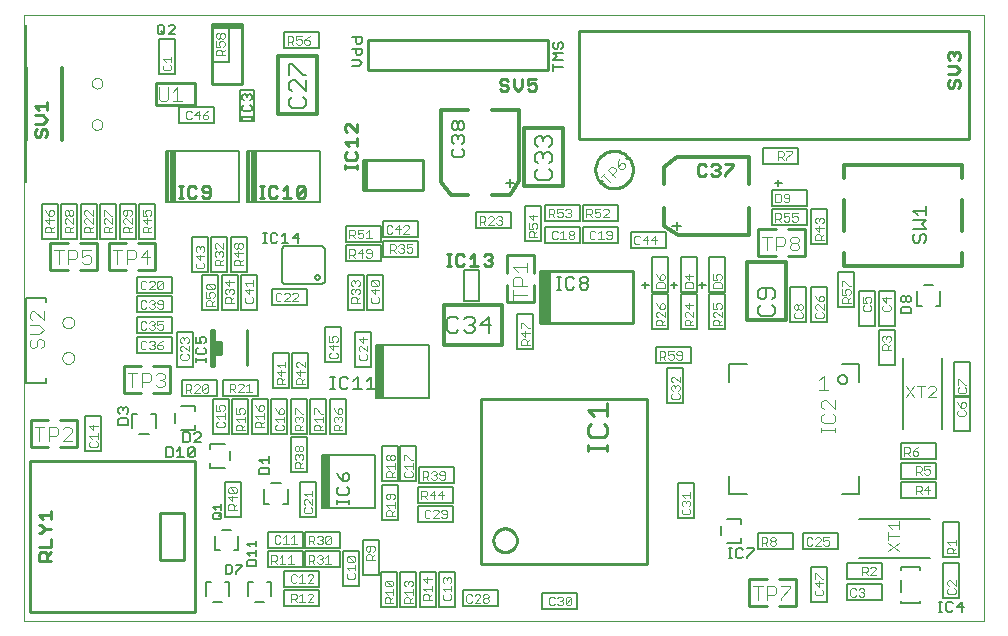
<source format=gbr>
G75*
G70*
%OFA0B0*%
%FSLAX24Y24*%
%IPPOS*%
%LPD*%
%AMOC8*
5,1,8,0,0,1.08239X$1,22.5*
%
%ADD10C,0.0010*%
%ADD11C,0.0080*%
%ADD12C,0.0050*%
%ADD13C,0.0118*%
%ADD14C,0.0000*%
%ADD15C,0.0090*%
%ADD16C,0.0020*%
%ADD17C,0.0100*%
%ADD18C,0.0110*%
%ADD19C,0.0030*%
%ADD20C,0.0070*%
%ADD21C,0.0079*%
%ADD22C,0.0040*%
%ADD23C,0.0120*%
%ADD24C,0.0060*%
D10*
X032857Y000867D02*
X000857Y000867D01*
X000857Y021067D01*
X032857Y021067D01*
X032857Y000867D01*
D11*
X032027Y001637D02*
X031487Y001637D01*
X031487Y002797D01*
X032027Y002797D01*
X032027Y001637D01*
X032027Y002987D02*
X031487Y002987D01*
X031487Y004147D01*
X032027Y004147D01*
X032027Y002987D01*
X029437Y002787D02*
X029437Y002247D01*
X028277Y002247D01*
X028277Y002787D01*
X029437Y002787D01*
X029437Y002087D02*
X029437Y001547D01*
X028277Y001547D01*
X028277Y002087D01*
X029437Y002087D01*
X027987Y003247D02*
X026827Y003247D01*
X026827Y003787D01*
X027987Y003787D01*
X027987Y003247D01*
X027627Y002647D02*
X027087Y002647D01*
X027087Y001487D01*
X027627Y001487D01*
X027627Y002647D01*
X026487Y003247D02*
X025327Y003247D01*
X025327Y003787D01*
X026487Y003787D01*
X026487Y003247D01*
X023177Y004287D02*
X023177Y005447D01*
X022637Y005447D01*
X022637Y004287D01*
X023177Y004287D01*
X019287Y001787D02*
X019287Y001247D01*
X018127Y001247D01*
X018127Y001787D01*
X019287Y001787D01*
X016637Y001887D02*
X016637Y001347D01*
X015477Y001347D01*
X015477Y001887D01*
X016637Y001887D01*
X015227Y001337D02*
X014687Y001337D01*
X014687Y002497D01*
X015227Y002497D01*
X015227Y001337D01*
X014577Y001337D02*
X014037Y001337D01*
X014037Y002497D01*
X014577Y002497D01*
X014577Y001337D01*
X013927Y001337D02*
X013387Y001337D01*
X013387Y002497D01*
X013927Y002497D01*
X013927Y001337D01*
X013277Y001337D02*
X012737Y001337D01*
X012737Y002497D01*
X013277Y002497D01*
X013277Y001337D01*
X012677Y002387D02*
X012137Y002387D01*
X012137Y003547D01*
X012677Y003547D01*
X012677Y002387D01*
X012027Y002037D02*
X011487Y002037D01*
X011487Y003197D01*
X012027Y003197D01*
X012027Y002037D01*
X011387Y002647D02*
X010227Y002647D01*
X010227Y003187D01*
X011387Y003187D01*
X011387Y002647D01*
X010687Y002537D02*
X010687Y001997D01*
X009527Y001997D01*
X009527Y002537D01*
X010687Y002537D01*
X010137Y002647D02*
X008977Y002647D01*
X008977Y003187D01*
X010137Y003187D01*
X010137Y002647D01*
X010137Y003297D02*
X010137Y003837D01*
X008977Y003837D01*
X008977Y003297D01*
X010137Y003297D01*
X010227Y003297D02*
X010227Y003837D01*
X011387Y003837D01*
X011387Y003297D01*
X010227Y003297D01*
X010037Y004337D02*
X010577Y004337D01*
X010577Y005497D01*
X010037Y005497D01*
X010037Y004337D01*
X011273Y004750D02*
X011273Y004891D01*
X011273Y004821D02*
X011693Y004821D01*
X011693Y004891D02*
X011693Y004750D01*
X011623Y005057D02*
X011343Y005057D01*
X011273Y005127D01*
X011273Y005268D01*
X011343Y005338D01*
X011483Y005518D02*
X011483Y005728D01*
X011553Y005798D01*
X011623Y005798D01*
X011693Y005728D01*
X011693Y005588D01*
X011623Y005518D01*
X011483Y005518D01*
X011343Y005658D01*
X011273Y005798D01*
X011623Y005338D02*
X011693Y005268D01*
X011693Y005127D01*
X011623Y005057D01*
X012787Y005397D02*
X012787Y004237D01*
X013327Y004237D01*
X013327Y005397D01*
X012787Y005397D01*
X012787Y005537D02*
X013327Y005537D01*
X013327Y006697D01*
X012787Y006697D01*
X012787Y005537D01*
X013387Y005537D02*
X013927Y005537D01*
X013927Y006697D01*
X013387Y006697D01*
X013387Y005537D01*
X013977Y005337D02*
X013977Y004797D01*
X015137Y004797D01*
X015137Y005337D01*
X013977Y005337D01*
X014027Y005447D02*
X014027Y005987D01*
X015187Y005987D01*
X015187Y005447D01*
X014027Y005447D01*
X013977Y004687D02*
X015137Y004687D01*
X015137Y004147D01*
X013977Y004147D01*
X013977Y004687D01*
X011577Y007087D02*
X011037Y007087D01*
X011037Y008247D01*
X011577Y008247D01*
X011577Y007087D01*
X010927Y007087D02*
X010387Y007087D01*
X010387Y008247D01*
X010927Y008247D01*
X010927Y007087D01*
X010277Y007087D02*
X009737Y007087D01*
X009737Y008247D01*
X010277Y008247D01*
X010277Y007087D01*
X010277Y006997D02*
X010277Y005837D01*
X009737Y005837D01*
X009737Y006997D01*
X010277Y006997D01*
X009627Y007087D02*
X009087Y007087D01*
X009087Y008247D01*
X009627Y008247D01*
X009627Y007087D01*
X008977Y007087D02*
X008437Y007087D01*
X008437Y008247D01*
X008977Y008247D01*
X008977Y007087D01*
X008327Y007087D02*
X007787Y007087D01*
X007787Y008247D01*
X008327Y008247D01*
X008327Y007087D01*
X007677Y007087D02*
X007137Y007087D01*
X007137Y008247D01*
X007677Y008247D01*
X007677Y007087D01*
X007477Y008347D02*
X007477Y008887D01*
X008637Y008887D01*
X008637Y008347D01*
X007477Y008347D01*
X007287Y008347D02*
X006127Y008347D01*
X006127Y008887D01*
X007287Y008887D01*
X007287Y008347D01*
X006477Y009337D02*
X005937Y009337D01*
X005937Y010497D01*
X006477Y010497D01*
X006477Y009337D01*
X005787Y009797D02*
X004627Y009797D01*
X004627Y010337D01*
X005787Y010337D01*
X005787Y009797D01*
X005787Y010447D02*
X004627Y010447D01*
X004627Y010987D01*
X005787Y010987D01*
X005787Y010447D01*
X005787Y011147D02*
X004627Y011147D01*
X004627Y011687D01*
X005787Y011687D01*
X005787Y011147D01*
X005787Y011797D02*
X004627Y011797D01*
X004627Y012337D01*
X005787Y012337D01*
X005787Y011797D01*
X006787Y011237D02*
X006787Y012397D01*
X007327Y012397D01*
X007327Y011237D01*
X006787Y011237D01*
X007437Y011237D02*
X007437Y012397D01*
X007977Y012397D01*
X007977Y011237D01*
X007437Y011237D01*
X008087Y011237D02*
X008087Y012397D01*
X008627Y012397D01*
X008627Y011237D01*
X008087Y011237D01*
X009127Y011397D02*
X009127Y011937D01*
X010287Y011937D01*
X010287Y011397D01*
X009127Y011397D01*
X008277Y012487D02*
X007737Y012487D01*
X007737Y013647D01*
X008277Y013647D01*
X008277Y012487D01*
X007627Y012487D02*
X007087Y012487D01*
X007087Y013647D01*
X007627Y013647D01*
X007627Y012487D01*
X006977Y012487D02*
X006437Y012487D01*
X006437Y013647D01*
X006977Y013647D01*
X006977Y012487D01*
X005227Y013587D02*
X004687Y013587D01*
X004687Y014747D01*
X005227Y014747D01*
X005227Y013587D01*
X004577Y013587D02*
X004037Y013587D01*
X004037Y014747D01*
X004577Y014747D01*
X004577Y013587D01*
X003927Y013587D02*
X003387Y013587D01*
X003387Y014747D01*
X003927Y014747D01*
X003927Y013587D01*
X003277Y013587D02*
X002737Y013587D01*
X002737Y014747D01*
X003277Y014747D01*
X003277Y013587D01*
X002627Y013587D02*
X002087Y013587D01*
X002087Y014747D01*
X002627Y014747D01*
X002627Y013587D01*
X001977Y013587D02*
X001437Y013587D01*
X001437Y014747D01*
X001977Y014747D01*
X001977Y013587D01*
X006027Y017447D02*
X006027Y017987D01*
X007187Y017987D01*
X007187Y017447D01*
X006027Y017447D01*
X005877Y019087D02*
X005337Y019087D01*
X005337Y020247D01*
X005877Y020247D01*
X005877Y019087D01*
X007137Y019487D02*
X007137Y020647D01*
X007677Y020647D01*
X007677Y019487D01*
X007137Y019487D01*
X005884Y020407D02*
X005670Y020407D01*
X005884Y020620D01*
X005884Y020674D01*
X005830Y020727D01*
X005724Y020727D01*
X005670Y020674D01*
X005516Y020674D02*
X005516Y020460D01*
X005462Y020407D01*
X005355Y020407D01*
X005302Y020460D01*
X005302Y020674D01*
X005355Y020727D01*
X005462Y020727D01*
X005516Y020674D01*
X005409Y020514D02*
X005516Y020407D01*
X008122Y018373D02*
X008175Y018427D01*
X008228Y018427D01*
X008282Y018373D01*
X008335Y018427D01*
X008388Y018427D01*
X008442Y018373D01*
X008442Y018267D01*
X008388Y018213D01*
X008282Y018320D02*
X008282Y018373D01*
X008122Y018373D02*
X008122Y018267D01*
X008175Y018213D01*
X008175Y018058D02*
X008122Y018005D01*
X008122Y017898D01*
X008175Y017845D01*
X008388Y017845D01*
X008442Y017898D01*
X008442Y018005D01*
X008388Y018058D01*
X008442Y017706D02*
X008442Y017599D01*
X008442Y017653D02*
X008122Y017653D01*
X008122Y017706D02*
X008122Y017599D01*
X011796Y019357D02*
X012010Y019357D01*
X012117Y019464D01*
X012010Y019570D01*
X011796Y019570D01*
X011957Y019725D02*
X011903Y019778D01*
X011903Y019939D01*
X011796Y019939D02*
X012117Y019939D01*
X012117Y019778D01*
X012063Y019725D01*
X011957Y019725D01*
X011957Y020093D02*
X011903Y020147D01*
X011903Y020307D01*
X011796Y020307D02*
X012117Y020307D01*
X012117Y020147D01*
X012063Y020093D01*
X011957Y020093D01*
X010687Y019947D02*
X009527Y019947D01*
X009527Y020487D01*
X010687Y020487D01*
X010687Y019947D01*
X015112Y017438D02*
X015112Y017297D01*
X015182Y017227D01*
X015252Y017227D01*
X015322Y017297D01*
X015322Y017438D01*
X015392Y017508D01*
X015462Y017508D01*
X015532Y017438D01*
X015532Y017297D01*
X015462Y017227D01*
X015392Y017227D01*
X015322Y017297D01*
X015322Y017438D02*
X015252Y017508D01*
X015182Y017508D01*
X015112Y017438D01*
X015182Y017047D02*
X015112Y016977D01*
X015112Y016837D01*
X015182Y016767D01*
X015182Y016587D02*
X015112Y016517D01*
X015112Y016377D01*
X015182Y016307D01*
X015462Y016307D01*
X015532Y016377D01*
X015532Y016517D01*
X015462Y016587D01*
X015462Y016767D02*
X015532Y016837D01*
X015532Y016977D01*
X015462Y017047D01*
X015392Y017047D01*
X015322Y016977D01*
X015322Y016907D01*
X015322Y016977D02*
X015252Y017047D01*
X015182Y017047D01*
X017057Y015602D02*
X017057Y015322D01*
X017197Y015462D02*
X016916Y015462D01*
X017537Y014697D02*
X018077Y014697D01*
X018077Y013537D01*
X017537Y013537D01*
X017537Y014697D01*
X017087Y014487D02*
X017087Y013947D01*
X015927Y013947D01*
X015927Y014487D01*
X017087Y014487D01*
X018227Y014737D02*
X018227Y014197D01*
X019387Y014197D01*
X019387Y014737D01*
X018227Y014737D01*
X019477Y014737D02*
X019477Y014197D01*
X020637Y014197D01*
X020637Y014737D01*
X019477Y014737D01*
X019477Y013987D02*
X020637Y013987D01*
X020637Y013447D01*
X019477Y013447D01*
X019477Y013987D01*
X019387Y013987D02*
X019387Y013447D01*
X018227Y013447D01*
X018227Y013987D01*
X019387Y013987D01*
X021077Y013837D02*
X021077Y013297D01*
X022237Y013297D01*
X022237Y013837D01*
X021077Y013837D01*
X021787Y012997D02*
X022327Y012997D01*
X022327Y011837D01*
X021787Y011837D01*
X021787Y012997D01*
X022737Y012997D02*
X023277Y012997D01*
X023277Y011837D01*
X022737Y011837D01*
X022737Y012997D01*
X023687Y012997D02*
X024227Y012997D01*
X024227Y011837D01*
X023687Y011837D01*
X023687Y012997D01*
X022742Y014017D02*
X022462Y014017D01*
X022602Y014157D02*
X022602Y013877D01*
X025777Y014047D02*
X025777Y014587D01*
X026937Y014587D01*
X026937Y014047D01*
X025777Y014047D01*
X025777Y014697D02*
X025777Y015237D01*
X026937Y015237D01*
X026937Y014697D01*
X025777Y014697D01*
X027087Y014597D02*
X027627Y014597D01*
X027627Y013437D01*
X027087Y013437D01*
X027087Y014597D01*
X026637Y016097D02*
X025477Y016097D01*
X025477Y016637D01*
X026637Y016637D01*
X026637Y016097D01*
X027987Y012497D02*
X028527Y012497D01*
X028527Y011337D01*
X027987Y011337D01*
X027987Y012497D01*
X027627Y011997D02*
X027087Y011997D01*
X027087Y010837D01*
X027627Y010837D01*
X027627Y011997D01*
X026927Y011997D02*
X026927Y010837D01*
X026387Y010837D01*
X026387Y011997D01*
X026927Y011997D01*
X028687Y011847D02*
X028687Y010687D01*
X029227Y010687D01*
X029227Y011847D01*
X028687Y011847D01*
X029337Y011847D02*
X029877Y011847D01*
X029877Y010687D01*
X029337Y010687D01*
X029337Y011847D01*
X029337Y010547D02*
X029877Y010547D01*
X029877Y009387D01*
X029337Y009387D01*
X029337Y010547D01*
X031837Y009497D02*
X032377Y009497D01*
X032377Y008337D01*
X031837Y008337D01*
X031837Y009497D01*
X031837Y008347D02*
X032377Y008347D01*
X032377Y007187D01*
X031837Y007187D01*
X031837Y008347D01*
X031237Y006787D02*
X030077Y006787D01*
X030077Y006247D01*
X031237Y006247D01*
X031237Y006787D01*
X031237Y006137D02*
X030077Y006137D01*
X030077Y005597D01*
X031237Y005597D01*
X031237Y006137D01*
X031237Y005487D02*
X030077Y005487D01*
X030077Y004947D01*
X031237Y004947D01*
X031237Y005487D01*
X024227Y010587D02*
X023687Y010587D01*
X023687Y011747D01*
X024227Y011747D01*
X024227Y010587D01*
X023277Y010587D02*
X022737Y010587D01*
X022737Y011747D01*
X023277Y011747D01*
X023277Y010587D01*
X023087Y009987D02*
X023087Y009447D01*
X021927Y009447D01*
X021927Y009987D01*
X023087Y009987D01*
X022827Y009297D02*
X022287Y009297D01*
X022287Y008137D01*
X022827Y008137D01*
X022827Y009297D01*
X022327Y010587D02*
X021787Y010587D01*
X021787Y011747D01*
X022327Y011747D01*
X022327Y010587D01*
X019657Y011974D02*
X019587Y011904D01*
X019447Y011904D01*
X019377Y011974D01*
X019377Y012044D01*
X019447Y012114D01*
X019587Y012114D01*
X019657Y012044D01*
X019657Y011974D01*
X019587Y012114D02*
X019657Y012184D01*
X019657Y012254D01*
X019587Y012324D01*
X019447Y012324D01*
X019377Y012254D01*
X019377Y012184D01*
X019447Y012114D01*
X019196Y012254D02*
X019126Y012324D01*
X018986Y012324D01*
X018916Y012254D01*
X018916Y011974D01*
X018986Y011904D01*
X019126Y011904D01*
X019196Y011974D01*
X018749Y011904D02*
X018609Y011904D01*
X018679Y011904D02*
X018679Y012324D01*
X018609Y012324D02*
X018749Y012324D01*
X017827Y011097D02*
X017287Y011097D01*
X017287Y009937D01*
X017827Y009937D01*
X017827Y011097D01*
X013987Y012997D02*
X013987Y013537D01*
X012827Y013537D01*
X012827Y012997D01*
X013987Y012997D01*
X013987Y013647D02*
X012827Y013647D01*
X012827Y014187D01*
X013987Y014187D01*
X013987Y013647D01*
X012737Y013497D02*
X011577Y013497D01*
X011577Y014037D01*
X012737Y014037D01*
X012737Y013497D01*
X012737Y013387D02*
X012737Y012847D01*
X011577Y012847D01*
X011577Y013387D01*
X012737Y013387D01*
X012827Y012397D02*
X012287Y012397D01*
X012287Y011237D01*
X012827Y011237D01*
X012827Y012397D01*
X012177Y012397D02*
X011637Y012397D01*
X011637Y011237D01*
X012177Y011237D01*
X012177Y012397D01*
X011427Y010647D02*
X010887Y010647D01*
X010887Y009487D01*
X011427Y009487D01*
X011427Y010647D01*
X011887Y010497D02*
X012427Y010497D01*
X012427Y009337D01*
X011887Y009337D01*
X011887Y010497D01*
X010327Y009797D02*
X010327Y008637D01*
X009787Y008637D01*
X009787Y009797D01*
X010327Y009797D01*
X009677Y009797D02*
X009677Y008637D01*
X009137Y008637D01*
X009137Y009797D01*
X009677Y009797D01*
X011065Y009004D02*
X011205Y009004D01*
X011135Y009004D02*
X011135Y008584D01*
X011065Y008584D02*
X011205Y008584D01*
X011372Y008654D02*
X011442Y008584D01*
X011582Y008584D01*
X011652Y008654D01*
X011832Y008584D02*
X012112Y008584D01*
X011972Y008584D02*
X011972Y009004D01*
X011832Y008864D01*
X011652Y008934D02*
X011582Y009004D01*
X011442Y009004D01*
X011372Y008934D01*
X011372Y008654D01*
X012293Y008584D02*
X012573Y008584D01*
X012433Y008584D02*
X012433Y009004D01*
X012293Y008864D01*
X008077Y005497D02*
X007537Y005497D01*
X007537Y004337D01*
X008077Y004337D01*
X008077Y005497D01*
X003427Y006537D02*
X002887Y006537D01*
X002887Y007697D01*
X003427Y007697D01*
X003427Y006537D01*
X009527Y001887D02*
X010687Y001887D01*
X010687Y001347D01*
X009527Y001347D01*
X009527Y001887D01*
X018496Y019202D02*
X018496Y019415D01*
X018496Y019309D02*
X018817Y019309D01*
X018817Y019570D02*
X018496Y019570D01*
X018603Y019677D01*
X018496Y019784D01*
X018817Y019784D01*
X018763Y019938D02*
X018817Y019992D01*
X018817Y020099D01*
X018763Y020152D01*
X018710Y020152D01*
X018657Y020099D01*
X018657Y019992D01*
X018603Y019938D01*
X018550Y019938D01*
X018496Y019992D01*
X018496Y020099D01*
X018550Y020152D01*
D12*
X018350Y017026D02*
X018442Y016934D01*
X018442Y016751D01*
X018350Y016659D01*
X018350Y016474D02*
X018442Y016382D01*
X018442Y016198D01*
X018350Y016107D01*
X018350Y015921D02*
X018442Y015829D01*
X018442Y015646D01*
X018350Y015554D01*
X017983Y015554D01*
X017891Y015646D01*
X017891Y015829D01*
X017983Y015921D01*
X017983Y016107D02*
X017891Y016198D01*
X017891Y016382D01*
X017983Y016474D01*
X018075Y016474D01*
X018167Y016382D01*
X018258Y016474D01*
X018350Y016474D01*
X018167Y016382D02*
X018167Y016290D01*
X017983Y016659D02*
X017891Y016751D01*
X017891Y016934D01*
X017983Y017026D01*
X018075Y017026D01*
X018167Y016934D01*
X018258Y017026D01*
X018350Y017026D01*
X018167Y016934D02*
X018167Y016843D01*
X016002Y012563D02*
X015529Y012563D01*
X015529Y011539D01*
X016002Y011539D01*
X016002Y012563D01*
X015789Y011002D02*
X015881Y010911D01*
X015881Y010819D01*
X015789Y010727D01*
X015881Y010635D01*
X015881Y010544D01*
X015789Y010452D01*
X015606Y010452D01*
X015514Y010544D01*
X015329Y010544D02*
X015237Y010452D01*
X015054Y010452D01*
X014962Y010544D01*
X014962Y010911D01*
X015054Y011002D01*
X015237Y011002D01*
X015329Y010911D01*
X015514Y010911D02*
X015606Y011002D01*
X015789Y011002D01*
X015789Y010727D02*
X015698Y010727D01*
X016067Y010727D02*
X016434Y010727D01*
X016342Y010452D02*
X016342Y011002D01*
X016067Y010727D01*
X014360Y010053D02*
X014360Y008282D01*
X012825Y008282D01*
X012825Y010053D01*
X014360Y010053D01*
X012825Y010053D02*
X012707Y010053D01*
X012707Y008282D01*
X012589Y008282D01*
X012589Y010053D01*
X012707Y010053D01*
X012746Y010014D02*
X012746Y008321D01*
X012785Y008321D02*
X012785Y010014D01*
X012667Y010014D02*
X012667Y008321D01*
X012628Y008321D02*
X012628Y010014D01*
X012707Y008282D02*
X012825Y008282D01*
X012560Y006403D02*
X011025Y006403D01*
X011025Y004632D01*
X010907Y004632D01*
X010907Y006403D01*
X011025Y006403D01*
X010985Y006364D02*
X010985Y004671D01*
X010946Y004671D02*
X010946Y006364D01*
X010907Y006403D02*
X010789Y006403D01*
X010789Y004632D01*
X010907Y004632D01*
X010867Y004671D02*
X010867Y006364D01*
X010828Y006364D02*
X010828Y004671D01*
X011025Y004632D02*
X012560Y004632D01*
X012560Y006403D01*
X009650Y005246D02*
X009650Y004773D01*
X009493Y004773D01*
X009020Y004773D02*
X008863Y004773D01*
X008863Y005246D01*
X009099Y005442D02*
X009414Y005442D01*
X007732Y006209D02*
X007732Y006524D01*
X007535Y006760D02*
X007063Y006760D01*
X007063Y006603D01*
X007063Y006131D02*
X007063Y005973D01*
X007535Y005973D01*
X006550Y007223D02*
X006078Y007223D01*
X005881Y007459D02*
X005881Y007774D01*
X006078Y008010D02*
X006550Y008010D01*
X006550Y007853D01*
X006550Y007381D02*
X006550Y007223D01*
X005250Y007288D02*
X005250Y007760D01*
X005093Y007760D01*
X004620Y007760D02*
X004463Y007760D01*
X004463Y007288D01*
X004699Y007091D02*
X005014Y007091D01*
X001576Y008799D02*
X001576Y008957D01*
X001576Y008799D02*
X000907Y008799D01*
X000907Y011634D01*
X001576Y011634D01*
X001576Y011477D01*
X005578Y014821D02*
X005657Y014821D01*
X005657Y016514D01*
X005735Y016514D01*
X005735Y014821D01*
X005657Y014821D01*
X005735Y014821D02*
X005814Y014821D01*
X005814Y016514D01*
X005893Y016514D01*
X005893Y014821D01*
X005814Y014821D01*
X005893Y014821D02*
X008019Y014821D01*
X008019Y016514D01*
X005893Y016514D01*
X005814Y016514D02*
X005735Y016514D01*
X005657Y016514D02*
X005578Y016514D01*
X005578Y014821D01*
X008278Y014821D02*
X008278Y016514D01*
X008357Y016514D01*
X008357Y014821D01*
X008278Y014821D01*
X008357Y014821D02*
X008435Y014821D01*
X008435Y016514D01*
X008514Y016514D01*
X008514Y014821D01*
X008435Y014821D01*
X008514Y014821D02*
X008593Y014821D01*
X008593Y016514D01*
X010719Y016514D01*
X010719Y014821D01*
X008593Y014821D01*
X009532Y013340D02*
X009453Y013262D01*
X009453Y012159D01*
X009532Y012081D01*
X010792Y012081D01*
X010870Y012159D01*
X010870Y013262D01*
X010792Y013340D01*
X009532Y013340D01*
X010555Y012317D02*
X010557Y012335D01*
X010563Y012352D01*
X010573Y012368D01*
X010587Y012380D01*
X010603Y012390D01*
X010620Y012395D01*
X010639Y012396D01*
X010657Y012393D01*
X010673Y012385D01*
X010688Y012374D01*
X010700Y012360D01*
X010708Y012344D01*
X010712Y012326D01*
X010712Y012308D01*
X010708Y012290D01*
X010700Y012274D01*
X010688Y012260D01*
X010674Y012249D01*
X010657Y012241D01*
X010639Y012238D01*
X010620Y012239D01*
X010603Y012244D01*
X010587Y012254D01*
X010573Y012266D01*
X010563Y012282D01*
X010557Y012299D01*
X010555Y012317D01*
X008593Y016514D02*
X008514Y016514D01*
X008435Y016514D02*
X008357Y016514D01*
X008534Y017521D02*
X008062Y017521D01*
X008062Y018544D01*
X008534Y018544D01*
X008534Y017521D01*
X009691Y018046D02*
X009691Y018229D01*
X009783Y018321D01*
X009783Y018507D02*
X009691Y018598D01*
X009691Y018782D01*
X009783Y018874D01*
X009875Y018874D01*
X010242Y018507D01*
X010242Y018874D01*
X010242Y019059D02*
X010150Y019059D01*
X009783Y019426D01*
X009691Y019426D01*
X009691Y019059D01*
X010150Y018321D02*
X010242Y018229D01*
X010242Y018046D01*
X010150Y017954D01*
X009783Y017954D01*
X009691Y018046D01*
X000925Y016894D02*
X000925Y015476D01*
X000925Y016894D02*
X000925Y020712D01*
X025321Y011849D02*
X025321Y011666D01*
X025413Y011574D01*
X025504Y011574D01*
X025596Y011666D01*
X025596Y011941D01*
X025413Y011941D02*
X025321Y011849D01*
X025413Y011941D02*
X025780Y011941D01*
X025871Y011849D01*
X025871Y011666D01*
X025780Y011574D01*
X025780Y011389D02*
X025871Y011297D01*
X025871Y011114D01*
X025780Y011022D01*
X025413Y011022D01*
X025321Y011114D01*
X025321Y011297D01*
X025413Y011389D01*
X030157Y009612D02*
X030157Y007250D01*
X031456Y007250D02*
X031456Y009612D01*
X031400Y011373D02*
X031243Y011373D01*
X031400Y011373D02*
X031400Y011846D01*
X031164Y012042D02*
X030849Y012042D01*
X030613Y011846D02*
X030613Y011373D01*
X030770Y011373D01*
X031052Y004266D02*
X028690Y004266D01*
X028690Y002967D02*
X031052Y002967D01*
X030728Y002651D02*
X030728Y002572D01*
X030728Y002651D02*
X030098Y002651D01*
X030098Y002572D01*
X030098Y002218D02*
X030098Y001903D01*
X030098Y001824D01*
X030098Y001509D02*
X030098Y001470D01*
X030728Y001470D01*
X030728Y001509D01*
X024750Y003473D02*
X024750Y003631D01*
X024750Y003473D02*
X024278Y003473D01*
X024081Y003709D02*
X024081Y004024D01*
X024278Y004260D02*
X024750Y004260D01*
X024750Y004103D01*
X009100Y002160D02*
X009100Y001688D01*
X008864Y001491D02*
X008549Y001491D01*
X008313Y001688D02*
X008313Y002160D01*
X008470Y002160D01*
X008943Y002160D02*
X009100Y002160D01*
X007700Y002160D02*
X007700Y001688D01*
X007464Y001491D02*
X007149Y001491D01*
X006913Y001688D02*
X006913Y002160D01*
X007070Y002160D01*
X007543Y002160D02*
X007700Y002160D01*
X007843Y003223D02*
X008000Y003223D01*
X008000Y003696D01*
X007764Y003892D02*
X007449Y003892D01*
X007213Y003696D02*
X007213Y003223D01*
X007370Y003223D01*
D13*
X002106Y016894D02*
X002106Y019295D01*
X000925Y019295D02*
X000925Y016894D01*
D14*
X003110Y017405D02*
X003112Y017432D01*
X003118Y017458D01*
X003128Y017484D01*
X003142Y017507D01*
X003159Y017528D01*
X003180Y017546D01*
X003202Y017560D01*
X003227Y017572D01*
X003253Y017579D01*
X003280Y017582D01*
X003307Y017581D01*
X003334Y017576D01*
X003359Y017567D01*
X003383Y017554D01*
X003405Y017537D01*
X003424Y017518D01*
X003439Y017495D01*
X003451Y017471D01*
X003459Y017445D01*
X003463Y017419D01*
X003463Y017391D01*
X003459Y017365D01*
X003451Y017339D01*
X003439Y017315D01*
X003424Y017292D01*
X003405Y017273D01*
X003383Y017256D01*
X003359Y017243D01*
X003334Y017234D01*
X003307Y017229D01*
X003280Y017228D01*
X003253Y017231D01*
X003227Y017238D01*
X003202Y017250D01*
X003180Y017264D01*
X003159Y017282D01*
X003142Y017303D01*
X003128Y017326D01*
X003118Y017352D01*
X003112Y017378D01*
X003110Y017405D01*
X003110Y018783D02*
X003112Y018810D01*
X003118Y018836D01*
X003128Y018862D01*
X003142Y018885D01*
X003159Y018906D01*
X003180Y018924D01*
X003202Y018938D01*
X003227Y018950D01*
X003253Y018957D01*
X003280Y018960D01*
X003307Y018959D01*
X003334Y018954D01*
X003359Y018945D01*
X003383Y018932D01*
X003405Y018915D01*
X003424Y018896D01*
X003439Y018873D01*
X003451Y018849D01*
X003459Y018823D01*
X003463Y018797D01*
X003463Y018769D01*
X003459Y018743D01*
X003451Y018717D01*
X003439Y018693D01*
X003424Y018670D01*
X003405Y018651D01*
X003383Y018634D01*
X003359Y018621D01*
X003334Y018612D01*
X003307Y018607D01*
X003280Y018606D01*
X003253Y018609D01*
X003227Y018616D01*
X003202Y018628D01*
X003180Y018642D01*
X003159Y018660D01*
X003142Y018681D01*
X003128Y018704D01*
X003118Y018730D01*
X003112Y018756D01*
X003110Y018783D01*
X002127Y010807D02*
X002129Y010835D01*
X002135Y010863D01*
X002145Y010889D01*
X002158Y010914D01*
X002175Y010936D01*
X002195Y010956D01*
X002217Y010973D01*
X002242Y010986D01*
X002268Y010996D01*
X002296Y011002D01*
X002324Y011004D01*
X002352Y011002D01*
X002380Y010996D01*
X002406Y010986D01*
X002431Y010973D01*
X002453Y010956D01*
X002473Y010936D01*
X002490Y010914D01*
X002503Y010889D01*
X002513Y010863D01*
X002519Y010835D01*
X002521Y010807D01*
X002519Y010779D01*
X002513Y010751D01*
X002503Y010725D01*
X002490Y010700D01*
X002473Y010678D01*
X002453Y010658D01*
X002431Y010641D01*
X002406Y010628D01*
X002380Y010618D01*
X002352Y010612D01*
X002324Y010610D01*
X002296Y010612D01*
X002268Y010618D01*
X002242Y010628D01*
X002217Y010641D01*
X002195Y010658D01*
X002175Y010678D01*
X002158Y010700D01*
X002145Y010725D01*
X002135Y010751D01*
X002129Y010779D01*
X002127Y010807D01*
X002127Y009626D02*
X002129Y009654D01*
X002135Y009682D01*
X002145Y009708D01*
X002158Y009733D01*
X002175Y009755D01*
X002195Y009775D01*
X002217Y009792D01*
X002242Y009805D01*
X002268Y009815D01*
X002296Y009821D01*
X002324Y009823D01*
X002352Y009821D01*
X002380Y009815D01*
X002406Y009805D01*
X002431Y009792D01*
X002453Y009775D01*
X002473Y009755D01*
X002490Y009733D01*
X002503Y009708D01*
X002513Y009682D01*
X002519Y009654D01*
X002521Y009626D01*
X002519Y009598D01*
X002513Y009570D01*
X002503Y009544D01*
X002490Y009519D01*
X002473Y009497D01*
X002453Y009477D01*
X002431Y009460D01*
X002406Y009447D01*
X002380Y009437D01*
X002352Y009431D01*
X002324Y009429D01*
X002296Y009431D01*
X002268Y009437D01*
X002242Y009447D01*
X002217Y009460D01*
X002195Y009477D01*
X002175Y009497D01*
X002158Y009519D01*
X002145Y009544D01*
X002135Y009570D01*
X002129Y009598D01*
X002127Y009626D01*
D15*
X001762Y004525D02*
X001762Y004251D01*
X001762Y004388D02*
X001351Y004388D01*
X001488Y004251D01*
X001420Y004064D02*
X001351Y004064D01*
X001420Y004064D02*
X001557Y003928D01*
X001762Y003928D01*
X001557Y003928D02*
X001420Y003791D01*
X001351Y003791D01*
X001762Y003604D02*
X001762Y003331D01*
X001351Y003331D01*
X001420Y003144D02*
X001557Y003144D01*
X001625Y003075D01*
X001625Y002870D01*
X001762Y002870D02*
X001351Y002870D01*
X001351Y003075D01*
X001420Y003144D01*
X001625Y003007D02*
X001762Y003144D01*
X014944Y012687D02*
X015081Y012687D01*
X015013Y012687D02*
X015013Y013097D01*
X015081Y013097D02*
X014944Y013097D01*
X015251Y013029D02*
X015251Y012755D01*
X015320Y012687D01*
X015456Y012687D01*
X015525Y012755D01*
X015712Y012687D02*
X015985Y012687D01*
X015848Y012687D02*
X015848Y013097D01*
X015712Y012960D01*
X015525Y013029D02*
X015456Y013097D01*
X015320Y013097D01*
X015251Y013029D01*
X016172Y013029D02*
X016240Y013097D01*
X016377Y013097D01*
X016446Y013029D01*
X016446Y012960D01*
X016377Y012892D01*
X016446Y012823D01*
X016446Y012755D01*
X016377Y012687D01*
X016240Y012687D01*
X016172Y012755D01*
X016309Y012892D02*
X016377Y012892D01*
X011962Y015920D02*
X011962Y016057D01*
X011962Y015988D02*
X011551Y015988D01*
X011551Y015920D02*
X011551Y016057D01*
X011620Y016227D02*
X011893Y016227D01*
X011962Y016295D01*
X011962Y016432D01*
X011893Y016500D01*
X011962Y016687D02*
X011962Y016961D01*
X011962Y016824D02*
X011551Y016824D01*
X011688Y016687D01*
X011620Y016500D02*
X011551Y016432D01*
X011551Y016295D01*
X011620Y016227D01*
X011620Y017147D02*
X011551Y017216D01*
X011551Y017353D01*
X011620Y017421D01*
X011688Y017421D01*
X011962Y017147D01*
X011962Y017421D01*
X010149Y015359D02*
X010013Y015359D01*
X009944Y015291D01*
X009944Y015018D01*
X010218Y015291D01*
X010218Y015018D01*
X010149Y014949D01*
X010013Y014949D01*
X009944Y015018D01*
X009757Y014949D02*
X009484Y014949D01*
X009621Y014949D02*
X009621Y015359D01*
X009484Y015223D01*
X009297Y015291D02*
X009229Y015359D01*
X009092Y015359D01*
X009024Y015291D01*
X009024Y015018D01*
X009092Y014949D01*
X009229Y014949D01*
X009297Y015018D01*
X008853Y014949D02*
X008717Y014949D01*
X008785Y014949D02*
X008785Y015359D01*
X008717Y015359D02*
X008853Y015359D01*
X010149Y015359D02*
X010218Y015291D01*
X007057Y015291D02*
X007057Y015018D01*
X006989Y014949D01*
X006852Y014949D01*
X006784Y015018D01*
X006852Y015154D02*
X007057Y015154D01*
X007057Y015291D02*
X006989Y015359D01*
X006852Y015359D01*
X006784Y015291D01*
X006784Y015223D01*
X006852Y015154D01*
X006597Y015018D02*
X006529Y014949D01*
X006392Y014949D01*
X006324Y015018D01*
X006324Y015291D01*
X006392Y015359D01*
X006529Y015359D01*
X006597Y015291D01*
X006153Y015359D02*
X006017Y015359D01*
X006085Y015359D02*
X006085Y014949D01*
X006017Y014949D02*
X006153Y014949D01*
X001626Y017045D02*
X001558Y016976D01*
X001626Y017045D02*
X001626Y017181D01*
X001558Y017250D01*
X001489Y017250D01*
X001421Y017181D01*
X001421Y017045D01*
X001353Y016976D01*
X001284Y016976D01*
X001216Y017045D01*
X001216Y017181D01*
X001284Y017250D01*
X001216Y017437D02*
X001489Y017437D01*
X001626Y017573D01*
X001489Y017710D01*
X001216Y017710D01*
X001353Y017897D02*
X001216Y018034D01*
X001626Y018034D01*
X001626Y017897D02*
X001626Y018171D01*
X023302Y016038D02*
X023302Y015764D01*
X023370Y015696D01*
X023507Y015696D01*
X023575Y015764D01*
X023762Y015764D02*
X023830Y015696D01*
X023967Y015696D01*
X024036Y015764D01*
X024036Y015833D01*
X023967Y015901D01*
X023899Y015901D01*
X023967Y015901D02*
X024036Y015970D01*
X024036Y016038D01*
X023967Y016106D01*
X023830Y016106D01*
X023762Y016038D01*
X023575Y016038D02*
X023507Y016106D01*
X023370Y016106D01*
X023302Y016038D01*
X024222Y016106D02*
X024496Y016106D01*
X024496Y016038D01*
X024222Y015764D01*
X024222Y015696D01*
X031651Y018699D02*
X031720Y018631D01*
X031788Y018631D01*
X031857Y018699D01*
X031857Y018836D01*
X031925Y018904D01*
X031993Y018904D01*
X032062Y018836D01*
X032062Y018699D01*
X031993Y018631D01*
X031651Y018699D02*
X031651Y018836D01*
X031720Y018904D01*
X031651Y019091D02*
X031925Y019091D01*
X032062Y019228D01*
X031925Y019365D01*
X031651Y019365D01*
X031720Y019551D02*
X031651Y019620D01*
X031651Y019756D01*
X031720Y019825D01*
X031788Y019825D01*
X031857Y019756D01*
X031925Y019825D01*
X031993Y019825D01*
X032062Y019756D01*
X032062Y019620D01*
X031993Y019551D01*
X031857Y019688D02*
X031857Y019756D01*
D16*
X026447Y016517D02*
X026447Y016470D01*
X026260Y016283D01*
X026260Y016237D01*
X026171Y016237D02*
X026078Y016330D01*
X026124Y016330D02*
X025984Y016330D01*
X025984Y016237D02*
X025984Y016517D01*
X026124Y016517D01*
X026171Y016470D01*
X026171Y016377D01*
X026124Y016330D01*
X026260Y016517D02*
X026447Y016517D01*
X026313Y015097D02*
X026220Y015097D01*
X026173Y015050D01*
X026173Y015004D01*
X026220Y014957D01*
X026360Y014957D01*
X026360Y015050D02*
X026313Y015097D01*
X026360Y015050D02*
X026360Y014863D01*
X026313Y014817D01*
X026220Y014817D01*
X026173Y014863D01*
X026084Y014863D02*
X026084Y015050D01*
X026037Y015097D01*
X025897Y015097D01*
X025897Y014817D01*
X026037Y014817D01*
X026084Y014863D01*
X026037Y014447D02*
X025897Y014447D01*
X025897Y014167D01*
X025897Y014260D02*
X026037Y014260D01*
X026084Y014307D01*
X026084Y014400D01*
X026037Y014447D01*
X026173Y014447D02*
X026173Y014307D01*
X026266Y014354D01*
X026313Y014354D01*
X026360Y014307D01*
X026360Y014213D01*
X026313Y014167D01*
X026220Y014167D01*
X026173Y014213D01*
X026084Y014167D02*
X025990Y014260D01*
X026173Y014447D02*
X026360Y014447D01*
X026449Y014447D02*
X026449Y014307D01*
X026543Y014354D01*
X026589Y014354D01*
X026636Y014307D01*
X026636Y014213D01*
X026589Y014167D01*
X026496Y014167D01*
X026449Y014213D01*
X026449Y014447D02*
X026636Y014447D01*
X027226Y014249D02*
X027273Y014296D01*
X027320Y014296D01*
X027367Y014249D01*
X027413Y014296D01*
X027460Y014296D01*
X027507Y014249D01*
X027507Y014156D01*
X027460Y014109D01*
X027367Y014020D02*
X027367Y013833D01*
X027226Y013973D01*
X027507Y013973D01*
X027507Y013744D02*
X027413Y013650D01*
X027413Y013697D02*
X027413Y013557D01*
X027507Y013557D02*
X027226Y013557D01*
X027226Y013697D01*
X027273Y013744D01*
X027367Y013744D01*
X027413Y013697D01*
X027273Y014109D02*
X027226Y014156D01*
X027226Y014249D01*
X027367Y014249D02*
X027367Y014203D01*
X028126Y012196D02*
X028173Y012196D01*
X028360Y012009D01*
X028407Y012009D01*
X028360Y011920D02*
X028407Y011873D01*
X028407Y011780D01*
X028360Y011733D01*
X028267Y011733D02*
X028220Y011826D01*
X028220Y011873D01*
X028267Y011920D01*
X028360Y011920D01*
X028267Y011733D02*
X028126Y011733D01*
X028126Y011920D01*
X028126Y012009D02*
X028126Y012196D01*
X028173Y011644D02*
X028267Y011644D01*
X028313Y011597D01*
X028313Y011457D01*
X028313Y011550D02*
X028407Y011644D01*
X028407Y011457D02*
X028126Y011457D01*
X028126Y011597D01*
X028173Y011644D01*
X028806Y011657D02*
X028806Y011471D01*
X028947Y011471D01*
X028900Y011564D01*
X028900Y011611D01*
X028947Y011657D01*
X029040Y011657D01*
X029087Y011611D01*
X029087Y011517D01*
X029040Y011471D01*
X029040Y011381D02*
X029087Y011334D01*
X029087Y011241D01*
X029040Y011194D01*
X028853Y011194D01*
X028806Y011241D01*
X028806Y011334D01*
X028853Y011381D01*
X029456Y011334D02*
X029456Y011241D01*
X029503Y011194D01*
X029690Y011194D01*
X029737Y011241D01*
X029737Y011334D01*
X029690Y011381D01*
X029597Y011471D02*
X029597Y011657D01*
X029737Y011611D02*
X029456Y011611D01*
X029597Y011471D01*
X029503Y011381D02*
X029456Y011334D01*
X029503Y010357D02*
X029550Y010357D01*
X029597Y010311D01*
X029643Y010357D01*
X029690Y010357D01*
X029737Y010311D01*
X029737Y010217D01*
X029690Y010171D01*
X029737Y010081D02*
X029643Y009988D01*
X029643Y010034D02*
X029643Y009894D01*
X029737Y009894D02*
X029456Y009894D01*
X029456Y010034D01*
X029503Y010081D01*
X029597Y010081D01*
X029643Y010034D01*
X029503Y010171D02*
X029456Y010217D01*
X029456Y010311D01*
X029503Y010357D01*
X029597Y010311D02*
X029597Y010264D01*
X027507Y011003D02*
X027507Y011097D01*
X027460Y011144D01*
X027507Y011233D02*
X027320Y011420D01*
X027273Y011420D01*
X027226Y011373D01*
X027226Y011280D01*
X027273Y011233D01*
X027273Y011144D02*
X027226Y011097D01*
X027226Y011003D01*
X027273Y010957D01*
X027460Y010957D01*
X027507Y011003D01*
X027507Y011233D02*
X027507Y011420D01*
X027460Y011509D02*
X027507Y011556D01*
X027507Y011649D01*
X027460Y011696D01*
X027413Y011696D01*
X027367Y011649D01*
X027367Y011509D01*
X027460Y011509D01*
X027367Y011509D02*
X027273Y011603D01*
X027226Y011696D01*
X026807Y011373D02*
X026807Y011280D01*
X026760Y011233D01*
X026713Y011233D01*
X026667Y011280D01*
X026667Y011373D01*
X026713Y011420D01*
X026760Y011420D01*
X026807Y011373D01*
X026667Y011373D02*
X026620Y011420D01*
X026573Y011420D01*
X026526Y011373D01*
X026526Y011280D01*
X026573Y011233D01*
X026620Y011233D01*
X026667Y011280D01*
X026760Y011144D02*
X026807Y011097D01*
X026807Y011003D01*
X026760Y010957D01*
X026573Y010957D01*
X026526Y011003D01*
X026526Y011097D01*
X026573Y011144D01*
X024107Y011170D02*
X024107Y010983D01*
X023920Y011170D01*
X023873Y011170D01*
X023826Y011123D01*
X023826Y011030D01*
X023873Y010983D01*
X023873Y010894D02*
X023967Y010894D01*
X024013Y010847D01*
X024013Y010707D01*
X024013Y010800D02*
X024107Y010894D01*
X024107Y010707D02*
X023826Y010707D01*
X023826Y010847D01*
X023873Y010894D01*
X023826Y011259D02*
X023967Y011259D01*
X023920Y011353D01*
X023920Y011399D01*
X023967Y011446D01*
X024060Y011446D01*
X024107Y011399D01*
X024107Y011306D01*
X024060Y011259D01*
X023826Y011259D02*
X023826Y011446D01*
X023826Y011957D02*
X023826Y012097D01*
X023873Y012144D01*
X024060Y012144D01*
X024107Y012097D01*
X024107Y011957D01*
X023826Y011957D01*
X023826Y012233D02*
X023967Y012233D01*
X023920Y012326D01*
X023920Y012373D01*
X023967Y012420D01*
X024060Y012420D01*
X024107Y012373D01*
X024107Y012280D01*
X024060Y012233D01*
X023826Y012233D02*
X023826Y012420D01*
X023157Y012373D02*
X022876Y012373D01*
X023017Y012233D01*
X023017Y012420D01*
X023110Y012144D02*
X022923Y012144D01*
X022876Y012097D01*
X022876Y011957D01*
X023157Y011957D01*
X023157Y012097D01*
X023110Y012144D01*
X023017Y011446D02*
X023017Y011259D01*
X022876Y011399D01*
X023157Y011399D01*
X023157Y011170D02*
X023157Y010983D01*
X022970Y011170D01*
X022923Y011170D01*
X022876Y011123D01*
X022876Y011030D01*
X022923Y010983D01*
X022923Y010894D02*
X023017Y010894D01*
X023063Y010847D01*
X023063Y010707D01*
X023063Y010800D02*
X023157Y010894D01*
X023157Y010707D02*
X022876Y010707D01*
X022876Y010847D01*
X022923Y010894D01*
X022207Y010894D02*
X022113Y010800D01*
X022113Y010847D02*
X022113Y010707D01*
X022207Y010707D02*
X021926Y010707D01*
X021926Y010847D01*
X021973Y010894D01*
X022067Y010894D01*
X022113Y010847D01*
X022207Y010983D02*
X022020Y011170D01*
X021973Y011170D01*
X021926Y011123D01*
X021926Y011030D01*
X021973Y010983D01*
X022207Y010983D02*
X022207Y011170D01*
X022160Y011259D02*
X022207Y011306D01*
X022207Y011399D01*
X022160Y011446D01*
X022113Y011446D01*
X022067Y011399D01*
X022067Y011259D01*
X022160Y011259D01*
X022067Y011259D02*
X021973Y011353D01*
X021926Y011446D01*
X021926Y011957D02*
X021926Y012097D01*
X021973Y012144D01*
X022160Y012144D01*
X022207Y012097D01*
X022207Y011957D01*
X021926Y011957D01*
X022067Y012233D02*
X022067Y012373D01*
X022113Y012420D01*
X022160Y012420D01*
X022207Y012373D01*
X022207Y012280D01*
X022160Y012233D01*
X022067Y012233D01*
X021973Y012326D01*
X021926Y012420D01*
X021889Y013417D02*
X021889Y013697D01*
X021749Y013557D01*
X021936Y013557D01*
X021660Y013557D02*
X021473Y013557D01*
X021613Y013697D01*
X021613Y013417D01*
X021384Y013463D02*
X021337Y013417D01*
X021243Y013417D01*
X021197Y013463D01*
X021197Y013650D01*
X021243Y013697D01*
X021337Y013697D01*
X021384Y013650D01*
X020447Y013633D02*
X020401Y013587D01*
X020307Y013587D01*
X020260Y013633D01*
X020171Y013587D02*
X019984Y013587D01*
X020078Y013587D02*
X020078Y013867D01*
X019984Y013774D01*
X019895Y013820D02*
X019848Y013867D01*
X019755Y013867D01*
X019708Y013820D01*
X019708Y013633D01*
X019755Y013587D01*
X019848Y013587D01*
X019895Y013633D01*
X020260Y013774D02*
X020307Y013727D01*
X020447Y013727D01*
X020447Y013820D02*
X020447Y013633D01*
X020447Y013820D02*
X020401Y013867D01*
X020307Y013867D01*
X020260Y013820D01*
X020260Y013774D01*
X020336Y014317D02*
X020149Y014317D01*
X020336Y014504D01*
X020336Y014550D01*
X020289Y014597D01*
X020196Y014597D01*
X020149Y014550D01*
X020060Y014597D02*
X019873Y014597D01*
X019873Y014457D01*
X019966Y014504D01*
X020013Y014504D01*
X020060Y014457D01*
X020060Y014363D01*
X020013Y014317D01*
X019920Y014317D01*
X019873Y014363D01*
X019784Y014317D02*
X019690Y014410D01*
X019737Y014410D02*
X019597Y014410D01*
X019597Y014317D02*
X019597Y014597D01*
X019737Y014597D01*
X019784Y014550D01*
X019784Y014457D01*
X019737Y014410D01*
X019086Y014410D02*
X019086Y014363D01*
X019039Y014317D01*
X018946Y014317D01*
X018899Y014363D01*
X018810Y014363D02*
X018763Y014317D01*
X018670Y014317D01*
X018623Y014363D01*
X018623Y014457D02*
X018716Y014504D01*
X018763Y014504D01*
X018810Y014457D01*
X018810Y014363D01*
X018993Y014457D02*
X019039Y014457D01*
X019086Y014410D01*
X019039Y014457D02*
X019086Y014504D01*
X019086Y014550D01*
X019039Y014597D01*
X018946Y014597D01*
X018899Y014550D01*
X018810Y014597D02*
X018623Y014597D01*
X018623Y014457D01*
X018534Y014457D02*
X018534Y014550D01*
X018487Y014597D01*
X018347Y014597D01*
X018347Y014317D01*
X018347Y014410D02*
X018487Y014410D01*
X018534Y014457D01*
X018440Y014410D02*
X018534Y014317D01*
X017957Y014349D02*
X017676Y014349D01*
X017817Y014209D01*
X017817Y014396D01*
X017817Y014120D02*
X017910Y014120D01*
X017957Y014073D01*
X017957Y013980D01*
X017910Y013933D01*
X017817Y013933D02*
X017770Y014026D01*
X017770Y014073D01*
X017817Y014120D01*
X017676Y014120D02*
X017676Y013933D01*
X017817Y013933D01*
X017817Y013844D02*
X017863Y013797D01*
X017863Y013657D01*
X017863Y013750D02*
X017957Y013844D01*
X017817Y013844D02*
X017723Y013844D01*
X017676Y013797D01*
X017676Y013657D01*
X017957Y013657D01*
X018458Y013633D02*
X018505Y013587D01*
X018598Y013587D01*
X018645Y013633D01*
X018734Y013587D02*
X018921Y013587D01*
X018828Y013587D02*
X018828Y013867D01*
X018734Y013774D01*
X018645Y013820D02*
X018598Y013867D01*
X018505Y013867D01*
X018458Y013820D01*
X018458Y013633D01*
X019010Y013633D02*
X019057Y013587D01*
X019151Y013587D01*
X019197Y013633D01*
X019197Y013680D01*
X019151Y013727D01*
X019057Y013727D01*
X019010Y013774D01*
X019010Y013820D01*
X019057Y013867D01*
X019151Y013867D01*
X019197Y013820D01*
X019197Y013774D01*
X019151Y013727D01*
X019057Y013727D02*
X019010Y013680D01*
X019010Y013633D01*
X016786Y014113D02*
X016739Y014067D01*
X016646Y014067D01*
X016599Y014113D01*
X016510Y014067D02*
X016323Y014067D01*
X016510Y014254D01*
X016510Y014300D01*
X016463Y014347D01*
X016370Y014347D01*
X016323Y014300D01*
X016234Y014300D02*
X016234Y014207D01*
X016187Y014160D01*
X016047Y014160D01*
X016140Y014160D02*
X016234Y014067D01*
X016047Y014067D02*
X016047Y014347D01*
X016187Y014347D01*
X016234Y014300D01*
X016599Y014300D02*
X016646Y014347D01*
X016739Y014347D01*
X016786Y014300D01*
X016786Y014254D01*
X016739Y014207D01*
X016786Y014160D01*
X016786Y014113D01*
X016739Y014207D02*
X016693Y014207D01*
X013797Y013417D02*
X013610Y013417D01*
X013610Y013277D01*
X013704Y013324D01*
X013751Y013324D01*
X013797Y013277D01*
X013797Y013183D01*
X013751Y013137D01*
X013657Y013137D01*
X013610Y013183D01*
X013521Y013183D02*
X013474Y013137D01*
X013381Y013137D01*
X013334Y013183D01*
X013245Y013137D02*
X013151Y013230D01*
X013198Y013230D02*
X013058Y013230D01*
X013058Y013137D02*
X013058Y013417D01*
X013198Y013417D01*
X013245Y013370D01*
X013245Y013277D01*
X013198Y013230D01*
X013334Y013370D02*
X013381Y013417D01*
X013474Y013417D01*
X013521Y013370D01*
X013521Y013324D01*
X013474Y013277D01*
X013521Y013230D01*
X013521Y013183D01*
X013474Y013277D02*
X013428Y013277D01*
X013363Y013767D02*
X013363Y014047D01*
X013223Y013907D01*
X013410Y013907D01*
X013499Y014000D02*
X013546Y014047D01*
X013639Y014047D01*
X013686Y014000D01*
X013686Y013954D01*
X013499Y013767D01*
X013686Y013767D01*
X013134Y013813D02*
X013087Y013767D01*
X012993Y013767D01*
X012947Y013813D01*
X012947Y014000D01*
X012993Y014047D01*
X013087Y014047D01*
X013134Y014000D01*
X012436Y013617D02*
X012249Y013617D01*
X012343Y013617D02*
X012343Y013897D01*
X012249Y013804D01*
X012160Y013757D02*
X012160Y013663D01*
X012113Y013617D01*
X012020Y013617D01*
X011973Y013663D01*
X011973Y013757D02*
X012066Y013804D01*
X012113Y013804D01*
X012160Y013757D01*
X012160Y013897D02*
X011973Y013897D01*
X011973Y013757D01*
X011884Y013757D02*
X011837Y013710D01*
X011697Y013710D01*
X011790Y013710D02*
X011884Y013617D01*
X011884Y013757D02*
X011884Y013850D01*
X011837Y013897D01*
X011697Y013897D01*
X011697Y013617D01*
X011697Y013247D02*
X011837Y013247D01*
X011884Y013200D01*
X011884Y013107D01*
X011837Y013060D01*
X011697Y013060D01*
X011790Y013060D02*
X011884Y012967D01*
X011973Y013107D02*
X012160Y013107D01*
X012249Y013154D02*
X012296Y013107D01*
X012436Y013107D01*
X012436Y013200D02*
X012436Y013013D01*
X012389Y012967D01*
X012296Y012967D01*
X012249Y013013D01*
X012249Y013154D02*
X012249Y013200D01*
X012296Y013247D01*
X012389Y013247D01*
X012436Y013200D01*
X012113Y013247D02*
X011973Y013107D01*
X012113Y012967D02*
X012113Y013247D01*
X011697Y013247D02*
X011697Y012967D01*
X011803Y012207D02*
X011756Y012161D01*
X011756Y012067D01*
X011803Y012021D01*
X011803Y011931D02*
X011850Y011931D01*
X011897Y011884D01*
X011943Y011931D01*
X011990Y011931D01*
X012037Y011884D01*
X012037Y011791D01*
X011990Y011744D01*
X012037Y011655D02*
X011943Y011561D01*
X011943Y011608D02*
X011943Y011468D01*
X012037Y011468D02*
X011756Y011468D01*
X011756Y011608D01*
X011803Y011655D01*
X011897Y011655D01*
X011943Y011608D01*
X011803Y011744D02*
X011756Y011791D01*
X011756Y011884D01*
X011803Y011931D01*
X011897Y011884D02*
X011897Y011838D01*
X011990Y012021D02*
X012037Y012067D01*
X012037Y012161D01*
X011990Y012207D01*
X011943Y012207D01*
X011897Y012161D01*
X011897Y012114D01*
X011897Y012161D02*
X011850Y012207D01*
X011803Y012207D01*
X012406Y012161D02*
X012453Y012207D01*
X012640Y012021D01*
X012687Y012067D01*
X012687Y012161D01*
X012640Y012207D01*
X012453Y012207D01*
X012406Y012161D02*
X012406Y012067D01*
X012453Y012021D01*
X012640Y012021D01*
X012547Y011931D02*
X012547Y011744D01*
X012406Y011884D01*
X012687Y011884D01*
X012640Y011655D02*
X012687Y011608D01*
X012687Y011515D01*
X012640Y011468D01*
X012453Y011468D01*
X012406Y011515D01*
X012406Y011608D01*
X012453Y011655D01*
X012147Y010307D02*
X012147Y010121D01*
X012006Y010261D01*
X012287Y010261D01*
X012287Y010031D02*
X012287Y009844D01*
X012100Y010031D01*
X012053Y010031D01*
X012006Y009984D01*
X012006Y009891D01*
X012053Y009844D01*
X012053Y009755D02*
X012006Y009708D01*
X012006Y009615D01*
X012053Y009568D01*
X012240Y009568D01*
X012287Y009615D01*
X012287Y009708D01*
X012240Y009755D01*
X011307Y009747D02*
X011260Y009794D01*
X011307Y009747D02*
X011307Y009653D01*
X011260Y009607D01*
X011073Y009607D01*
X011026Y009653D01*
X011026Y009747D01*
X011073Y009794D01*
X011167Y009883D02*
X011026Y010023D01*
X011307Y010023D01*
X011260Y010159D02*
X011307Y010206D01*
X011307Y010299D01*
X011260Y010346D01*
X011167Y010346D01*
X011120Y010299D01*
X011120Y010253D01*
X011167Y010159D01*
X011026Y010159D01*
X011026Y010346D01*
X011167Y010070D02*
X011167Y009883D01*
X010207Y009496D02*
X010207Y009309D01*
X010020Y009496D01*
X009973Y009496D01*
X009926Y009449D01*
X009926Y009356D01*
X009973Y009309D01*
X010067Y009220D02*
X010067Y009033D01*
X009926Y009173D01*
X010207Y009173D01*
X010207Y008944D02*
X010113Y008850D01*
X010113Y008897D02*
X010113Y008757D01*
X010207Y008757D02*
X009926Y008757D01*
X009926Y008897D01*
X009973Y008944D01*
X010067Y008944D01*
X010113Y008897D01*
X009557Y008944D02*
X009463Y008850D01*
X009463Y008897D02*
X009463Y008757D01*
X009557Y008757D02*
X009276Y008757D01*
X009276Y008897D01*
X009323Y008944D01*
X009417Y008944D01*
X009463Y008897D01*
X009417Y009033D02*
X009417Y009220D01*
X009370Y009309D02*
X009276Y009403D01*
X009557Y009403D01*
X009557Y009496D02*
X009557Y009309D01*
X009557Y009173D02*
X009276Y009173D01*
X009417Y009033D01*
X008447Y008487D02*
X008260Y008487D01*
X008171Y008487D02*
X007984Y008487D01*
X008171Y008674D01*
X008171Y008720D01*
X008124Y008767D01*
X008031Y008767D01*
X007984Y008720D01*
X007895Y008720D02*
X007895Y008627D01*
X007848Y008580D01*
X007708Y008580D01*
X007708Y008487D02*
X007708Y008767D01*
X007848Y008767D01*
X007895Y008720D01*
X007801Y008580D02*
X007895Y008487D01*
X008260Y008674D02*
X008354Y008767D01*
X008354Y008487D01*
X008556Y008057D02*
X008603Y007964D01*
X008697Y007871D01*
X008697Y008011D01*
X008743Y008057D01*
X008790Y008057D01*
X008837Y008011D01*
X008837Y007917D01*
X008790Y007871D01*
X008697Y007871D01*
X008837Y007781D02*
X008837Y007594D01*
X008837Y007505D02*
X008743Y007411D01*
X008743Y007458D02*
X008743Y007318D01*
X008837Y007318D02*
X008556Y007318D01*
X008556Y007458D01*
X008603Y007505D01*
X008697Y007505D01*
X008743Y007458D01*
X008650Y007594D02*
X008556Y007688D01*
X008837Y007688D01*
X009226Y007576D02*
X009320Y007483D01*
X009273Y007394D02*
X009226Y007347D01*
X009226Y007253D01*
X009273Y007207D01*
X009460Y007207D01*
X009507Y007253D01*
X009507Y007347D01*
X009460Y007394D01*
X009507Y007483D02*
X009507Y007670D01*
X009507Y007576D02*
X009226Y007576D01*
X009367Y007759D02*
X009367Y007899D01*
X009413Y007946D01*
X009460Y007946D01*
X009507Y007899D01*
X009507Y007806D01*
X009460Y007759D01*
X009367Y007759D01*
X009273Y007853D01*
X009226Y007946D01*
X009876Y007946D02*
X009876Y007759D01*
X009923Y007670D02*
X009970Y007670D01*
X010017Y007623D01*
X010063Y007670D01*
X010110Y007670D01*
X010157Y007623D01*
X010157Y007530D01*
X010110Y007483D01*
X010157Y007394D02*
X010063Y007300D01*
X010063Y007347D02*
X010063Y007207D01*
X010157Y007207D02*
X009876Y007207D01*
X009876Y007347D01*
X009923Y007394D01*
X010017Y007394D01*
X010063Y007347D01*
X009923Y007483D02*
X009876Y007530D01*
X009876Y007623D01*
X009923Y007670D01*
X010017Y007623D02*
X010017Y007576D01*
X010110Y007759D02*
X010157Y007759D01*
X010110Y007759D02*
X009923Y007946D01*
X009876Y007946D01*
X010526Y007946D02*
X010526Y007759D01*
X010526Y007576D02*
X010807Y007576D01*
X010807Y007483D02*
X010807Y007670D01*
X010807Y007759D02*
X010760Y007759D01*
X010573Y007946D01*
X010526Y007946D01*
X010526Y007576D02*
X010620Y007483D01*
X010667Y007394D02*
X010713Y007347D01*
X010713Y007207D01*
X010713Y007300D02*
X010807Y007394D01*
X010667Y007394D02*
X010573Y007394D01*
X010526Y007347D01*
X010526Y007207D01*
X010807Y007207D01*
X011176Y007207D02*
X011176Y007347D01*
X011223Y007394D01*
X011317Y007394D01*
X011363Y007347D01*
X011363Y007207D01*
X011363Y007300D02*
X011457Y007394D01*
X011410Y007483D02*
X011457Y007530D01*
X011457Y007623D01*
X011410Y007670D01*
X011363Y007670D01*
X011317Y007623D01*
X011317Y007576D01*
X011317Y007623D02*
X011270Y007670D01*
X011223Y007670D01*
X011176Y007623D01*
X011176Y007530D01*
X011223Y007483D01*
X011176Y007207D02*
X011457Y007207D01*
X011410Y007759D02*
X011457Y007806D01*
X011457Y007899D01*
X011410Y007946D01*
X011363Y007946D01*
X011317Y007899D01*
X011317Y007759D01*
X011410Y007759D01*
X011317Y007759D02*
X011223Y007853D01*
X011176Y007946D01*
X010110Y006696D02*
X010157Y006649D01*
X010157Y006556D01*
X010110Y006509D01*
X010063Y006509D01*
X010017Y006556D01*
X010017Y006649D01*
X010063Y006696D01*
X010110Y006696D01*
X010017Y006649D02*
X009970Y006696D01*
X009923Y006696D01*
X009876Y006649D01*
X009876Y006556D01*
X009923Y006509D01*
X009970Y006509D01*
X010017Y006556D01*
X010063Y006420D02*
X010110Y006420D01*
X010157Y006373D01*
X010157Y006280D01*
X010110Y006233D01*
X010157Y006144D02*
X010063Y006050D01*
X010063Y006097D02*
X010063Y005957D01*
X010157Y005957D02*
X009876Y005957D01*
X009876Y006097D01*
X009923Y006144D01*
X010017Y006144D01*
X010063Y006097D01*
X009923Y006233D02*
X009876Y006280D01*
X009876Y006373D01*
X009923Y006420D01*
X009970Y006420D01*
X010017Y006373D01*
X010063Y006420D01*
X010017Y006373D02*
X010017Y006326D01*
X010457Y005196D02*
X010457Y005009D01*
X010457Y004920D02*
X010457Y004733D01*
X010270Y004920D01*
X010223Y004920D01*
X010176Y004873D01*
X010176Y004780D01*
X010223Y004733D01*
X010223Y004644D02*
X010176Y004597D01*
X010176Y004503D01*
X010223Y004457D01*
X010410Y004457D01*
X010457Y004503D01*
X010457Y004597D01*
X010410Y004644D01*
X010270Y005009D02*
X010176Y005103D01*
X010457Y005103D01*
X010487Y003697D02*
X010347Y003697D01*
X010347Y003417D01*
X010347Y003510D02*
X010487Y003510D01*
X010534Y003557D01*
X010534Y003650D01*
X010487Y003697D01*
X010623Y003650D02*
X010670Y003697D01*
X010763Y003697D01*
X010810Y003650D01*
X010810Y003604D01*
X010763Y003557D01*
X010810Y003510D01*
X010810Y003463D01*
X010763Y003417D01*
X010670Y003417D01*
X010623Y003463D01*
X010534Y003417D02*
X010440Y003510D01*
X010716Y003557D02*
X010763Y003557D01*
X010899Y003650D02*
X010946Y003697D01*
X011039Y003697D01*
X011086Y003650D01*
X010899Y003463D01*
X010946Y003417D01*
X011039Y003417D01*
X011086Y003463D01*
X011086Y003650D01*
X010899Y003650D02*
X010899Y003463D01*
X010993Y003047D02*
X010993Y002767D01*
X011086Y002767D02*
X010899Y002767D01*
X010810Y002813D02*
X010763Y002767D01*
X010670Y002767D01*
X010623Y002813D01*
X010534Y002767D02*
X010440Y002860D01*
X010487Y002860D02*
X010347Y002860D01*
X010347Y002767D02*
X010347Y003047D01*
X010487Y003047D01*
X010534Y003000D01*
X010534Y002907D01*
X010487Y002860D01*
X010623Y003000D02*
X010670Y003047D01*
X010763Y003047D01*
X010810Y003000D01*
X010810Y002954D01*
X010763Y002907D01*
X010810Y002860D01*
X010810Y002813D01*
X010763Y002907D02*
X010716Y002907D01*
X010899Y002954D02*
X010993Y003047D01*
X011606Y002961D02*
X011606Y002867D01*
X011653Y002821D01*
X011840Y002821D01*
X011653Y003007D01*
X011840Y003007D01*
X011887Y002961D01*
X011887Y002867D01*
X011840Y002821D01*
X011887Y002731D02*
X011887Y002544D01*
X011887Y002638D02*
X011606Y002638D01*
X011700Y002544D01*
X011653Y002455D02*
X011606Y002408D01*
X011606Y002315D01*
X011653Y002268D01*
X011840Y002268D01*
X011887Y002315D01*
X011887Y002408D01*
X011840Y002455D01*
X012256Y002894D02*
X012256Y003034D01*
X012303Y003081D01*
X012397Y003081D01*
X012443Y003034D01*
X012443Y002894D01*
X012537Y002894D02*
X012256Y002894D01*
X012443Y002988D02*
X012537Y003081D01*
X012490Y003171D02*
X012537Y003217D01*
X012537Y003311D01*
X012490Y003357D01*
X012303Y003357D01*
X012256Y003311D01*
X012256Y003217D01*
X012303Y003171D01*
X012350Y003171D01*
X012397Y003217D01*
X012397Y003357D01*
X011653Y003007D02*
X011606Y002961D01*
X010497Y002370D02*
X010451Y002417D01*
X010357Y002417D01*
X010310Y002370D01*
X010497Y002370D02*
X010497Y002324D01*
X010310Y002137D01*
X010497Y002137D01*
X010221Y002137D02*
X010034Y002137D01*
X010128Y002137D02*
X010128Y002417D01*
X010034Y002324D01*
X009945Y002370D02*
X009898Y002417D01*
X009805Y002417D01*
X009758Y002370D01*
X009758Y002183D01*
X009805Y002137D01*
X009898Y002137D01*
X009945Y002183D01*
X009898Y001767D02*
X009758Y001767D01*
X009758Y001487D01*
X009758Y001580D02*
X009898Y001580D01*
X009945Y001627D01*
X009945Y001720D01*
X009898Y001767D01*
X010034Y001674D02*
X010128Y001767D01*
X010128Y001487D01*
X010221Y001487D02*
X010034Y001487D01*
X009945Y001487D02*
X009851Y001580D01*
X010310Y001487D02*
X010497Y001674D01*
X010497Y001720D01*
X010451Y001767D01*
X010357Y001767D01*
X010310Y001720D01*
X010310Y001487D02*
X010497Y001487D01*
X009836Y002767D02*
X009649Y002767D01*
X009560Y002767D02*
X009373Y002767D01*
X009284Y002767D02*
X009190Y002860D01*
X009237Y002860D02*
X009097Y002860D01*
X009097Y002767D02*
X009097Y003047D01*
X009237Y003047D01*
X009284Y003000D01*
X009284Y002907D01*
X009237Y002860D01*
X009373Y002954D02*
X009466Y003047D01*
X009466Y002767D01*
X009649Y002954D02*
X009743Y003047D01*
X009743Y002767D01*
X009760Y003437D02*
X009947Y003437D01*
X009854Y003437D02*
X009854Y003717D01*
X009760Y003624D01*
X009578Y003717D02*
X009578Y003437D01*
X009671Y003437D02*
X009484Y003437D01*
X009395Y003483D02*
X009348Y003437D01*
X009255Y003437D01*
X009208Y003483D01*
X009208Y003670D01*
X009255Y003717D01*
X009348Y003717D01*
X009395Y003670D01*
X009484Y003624D02*
X009578Y003717D01*
X007937Y004568D02*
X007656Y004568D01*
X007656Y004708D01*
X007703Y004755D01*
X007797Y004755D01*
X007843Y004708D01*
X007843Y004568D01*
X007843Y004661D02*
X007937Y004755D01*
X007797Y004844D02*
X007797Y005031D01*
X007890Y005121D02*
X007703Y005307D01*
X007890Y005307D01*
X007937Y005261D01*
X007937Y005167D01*
X007890Y005121D01*
X007703Y005121D01*
X007656Y005167D01*
X007656Y005261D01*
X007703Y005307D01*
X007656Y004984D02*
X007797Y004844D01*
X007937Y004984D02*
X007656Y004984D01*
X007926Y007207D02*
X007926Y007347D01*
X007973Y007394D01*
X008067Y007394D01*
X008113Y007347D01*
X008113Y007207D01*
X008113Y007300D02*
X008207Y007394D01*
X008207Y007483D02*
X008207Y007670D01*
X008207Y007576D02*
X007926Y007576D01*
X008020Y007483D01*
X008067Y007759D02*
X008020Y007853D01*
X008020Y007899D01*
X008067Y007946D01*
X008160Y007946D01*
X008207Y007899D01*
X008207Y007806D01*
X008160Y007759D01*
X008067Y007759D02*
X007926Y007759D01*
X007926Y007946D01*
X007537Y007917D02*
X007490Y007871D01*
X007537Y007917D02*
X007537Y008011D01*
X007490Y008057D01*
X007397Y008057D01*
X007350Y008011D01*
X007350Y007964D01*
X007397Y007871D01*
X007256Y007871D01*
X007256Y008057D01*
X006939Y008467D02*
X006846Y008467D01*
X006799Y008513D01*
X006986Y008700D01*
X006986Y008513D01*
X006939Y008467D01*
X006799Y008513D02*
X006799Y008700D01*
X006846Y008747D01*
X006939Y008747D01*
X006986Y008700D01*
X006710Y008700D02*
X006710Y008654D01*
X006523Y008467D01*
X006710Y008467D01*
X006434Y008467D02*
X006340Y008560D01*
X006387Y008560D02*
X006247Y008560D01*
X006247Y008467D02*
X006247Y008747D01*
X006387Y008747D01*
X006434Y008700D01*
X006434Y008607D01*
X006387Y008560D01*
X006523Y008700D02*
X006570Y008747D01*
X006663Y008747D01*
X006710Y008700D01*
X006290Y009568D02*
X006337Y009615D01*
X006337Y009708D01*
X006290Y009755D01*
X006337Y009844D02*
X006150Y010031D01*
X006103Y010031D01*
X006056Y009984D01*
X006056Y009891D01*
X006103Y009844D01*
X006103Y009755D02*
X006056Y009708D01*
X006056Y009615D01*
X006103Y009568D01*
X006290Y009568D01*
X006337Y009844D02*
X006337Y010031D01*
X006290Y010121D02*
X006337Y010167D01*
X006337Y010261D01*
X006290Y010307D01*
X006243Y010307D01*
X006197Y010261D01*
X006197Y010214D01*
X006197Y010261D02*
X006150Y010307D01*
X006103Y010307D01*
X006056Y010261D01*
X006056Y010167D01*
X006103Y010121D01*
X005486Y010197D02*
X005393Y010150D01*
X005299Y010057D01*
X005439Y010057D01*
X005486Y010010D01*
X005486Y009963D01*
X005439Y009917D01*
X005346Y009917D01*
X005299Y009963D01*
X005299Y010057D01*
X005210Y010104D02*
X005163Y010057D01*
X005210Y010010D01*
X005210Y009963D01*
X005163Y009917D01*
X005070Y009917D01*
X005023Y009963D01*
X004934Y009963D02*
X004887Y009917D01*
X004793Y009917D01*
X004747Y009963D01*
X004747Y010150D01*
X004793Y010197D01*
X004887Y010197D01*
X004934Y010150D01*
X005023Y010150D02*
X005070Y010197D01*
X005163Y010197D01*
X005210Y010150D01*
X005210Y010104D01*
X005163Y010057D02*
X005116Y010057D01*
X005070Y010567D02*
X005023Y010613D01*
X005070Y010567D02*
X005163Y010567D01*
X005210Y010613D01*
X005210Y010660D01*
X005163Y010707D01*
X005116Y010707D01*
X005163Y010707D02*
X005210Y010754D01*
X005210Y010800D01*
X005163Y010847D01*
X005070Y010847D01*
X005023Y010800D01*
X004934Y010800D02*
X004887Y010847D01*
X004793Y010847D01*
X004747Y010800D01*
X004747Y010613D01*
X004793Y010567D01*
X004887Y010567D01*
X004934Y010613D01*
X005299Y010613D02*
X005346Y010567D01*
X005439Y010567D01*
X005486Y010613D01*
X005486Y010707D01*
X005439Y010754D01*
X005393Y010754D01*
X005299Y010707D01*
X005299Y010847D01*
X005486Y010847D01*
X005439Y011267D02*
X005346Y011267D01*
X005299Y011313D01*
X005210Y011313D02*
X005163Y011267D01*
X005070Y011267D01*
X005023Y011313D01*
X004934Y011313D02*
X004887Y011267D01*
X004793Y011267D01*
X004747Y011313D01*
X004747Y011500D01*
X004793Y011547D01*
X004887Y011547D01*
X004934Y011500D01*
X005023Y011500D02*
X005070Y011547D01*
X005163Y011547D01*
X005210Y011500D01*
X005210Y011454D01*
X005163Y011407D01*
X005210Y011360D01*
X005210Y011313D01*
X005163Y011407D02*
X005116Y011407D01*
X005299Y011454D02*
X005346Y011407D01*
X005486Y011407D01*
X005486Y011500D02*
X005439Y011547D01*
X005346Y011547D01*
X005299Y011500D01*
X005299Y011454D01*
X005486Y011500D02*
X005486Y011313D01*
X005439Y011267D01*
X005439Y011917D02*
X005346Y011917D01*
X005299Y011963D01*
X005486Y012150D01*
X005486Y011963D01*
X005439Y011917D01*
X005299Y011963D02*
X005299Y012150D01*
X005346Y012197D01*
X005439Y012197D01*
X005486Y012150D01*
X005210Y012150D02*
X005163Y012197D01*
X005070Y012197D01*
X005023Y012150D01*
X004934Y012150D02*
X004887Y012197D01*
X004793Y012197D01*
X004747Y012150D01*
X004747Y011963D01*
X004793Y011917D01*
X004887Y011917D01*
X004934Y011963D01*
X005023Y011917D02*
X005210Y012104D01*
X005210Y012150D01*
X005210Y011917D02*
X005023Y011917D01*
X006576Y012653D02*
X006623Y012607D01*
X006810Y012607D01*
X006857Y012653D01*
X006857Y012747D01*
X006810Y012794D01*
X006717Y012883D02*
X006717Y013070D01*
X006810Y013159D02*
X006857Y013206D01*
X006857Y013299D01*
X006810Y013346D01*
X006763Y013346D01*
X006717Y013299D01*
X006717Y013253D01*
X006717Y013299D02*
X006670Y013346D01*
X006623Y013346D01*
X006576Y013299D01*
X006576Y013206D01*
X006623Y013159D01*
X006576Y013023D02*
X006717Y012883D01*
X006623Y012794D02*
X006576Y012747D01*
X006576Y012653D01*
X006576Y013023D02*
X006857Y013023D01*
X007206Y013041D02*
X007206Y013134D01*
X007253Y013181D01*
X007300Y013181D01*
X007347Y013134D01*
X007393Y013181D01*
X007440Y013181D01*
X007487Y013134D01*
X007487Y013041D01*
X007440Y012994D01*
X007487Y012905D02*
X007393Y012811D01*
X007393Y012858D02*
X007393Y012718D01*
X007487Y012718D02*
X007206Y012718D01*
X007206Y012858D01*
X007253Y012905D01*
X007347Y012905D01*
X007393Y012858D01*
X007253Y012994D02*
X007206Y013041D01*
X007347Y013088D02*
X007347Y013134D01*
X007253Y013271D02*
X007206Y013317D01*
X007206Y013411D01*
X007253Y013457D01*
X007300Y013457D01*
X007487Y013271D01*
X007487Y013457D01*
X007856Y013411D02*
X007856Y013317D01*
X007903Y013271D01*
X007950Y013271D01*
X007997Y013317D01*
X007997Y013411D01*
X008043Y013457D01*
X008090Y013457D01*
X008137Y013411D01*
X008137Y013317D01*
X008090Y013271D01*
X008043Y013271D01*
X007997Y013317D01*
X007997Y013411D02*
X007950Y013457D01*
X007903Y013457D01*
X007856Y013411D01*
X007997Y013181D02*
X007997Y012994D01*
X007856Y013134D01*
X008137Y013134D01*
X008137Y012905D02*
X008043Y012811D01*
X008043Y012858D02*
X008043Y012718D01*
X008137Y012718D02*
X007856Y012718D01*
X007856Y012858D01*
X007903Y012905D01*
X007997Y012905D01*
X008043Y012858D01*
X007837Y012161D02*
X007556Y012161D01*
X007697Y012021D01*
X007697Y012207D01*
X007743Y011931D02*
X007790Y011931D01*
X007837Y011884D01*
X007837Y011791D01*
X007790Y011744D01*
X007837Y011655D02*
X007743Y011561D01*
X007743Y011608D02*
X007743Y011468D01*
X007837Y011468D02*
X007556Y011468D01*
X007556Y011608D01*
X007603Y011655D01*
X007697Y011655D01*
X007743Y011608D01*
X007603Y011744D02*
X007556Y011791D01*
X007556Y011884D01*
X007603Y011931D01*
X007650Y011931D01*
X007697Y011884D01*
X007743Y011931D01*
X007697Y011884D02*
X007697Y011838D01*
X007207Y011773D02*
X007207Y011680D01*
X007160Y011633D01*
X007067Y011633D02*
X007020Y011726D01*
X007020Y011773D01*
X007067Y011820D01*
X007160Y011820D01*
X007207Y011773D01*
X007160Y011909D02*
X006973Y011909D01*
X006926Y011956D01*
X006926Y012049D01*
X006973Y012096D01*
X007160Y011909D01*
X007207Y011956D01*
X007207Y012049D01*
X007160Y012096D01*
X006973Y012096D01*
X006926Y011820D02*
X006926Y011633D01*
X007067Y011633D01*
X007067Y011544D02*
X007113Y011497D01*
X007113Y011357D01*
X007113Y011450D02*
X007207Y011544D01*
X007067Y011544D02*
X006973Y011544D01*
X006926Y011497D01*
X006926Y011357D01*
X007207Y011357D01*
X008206Y011515D02*
X008253Y011468D01*
X008440Y011468D01*
X008487Y011515D01*
X008487Y011608D01*
X008440Y011655D01*
X008347Y011744D02*
X008347Y011931D01*
X008300Y012021D02*
X008206Y012114D01*
X008487Y012114D01*
X008487Y012021D02*
X008487Y012207D01*
X008487Y011884D02*
X008206Y011884D01*
X008347Y011744D01*
X008253Y011655D02*
X008206Y011608D01*
X008206Y011515D01*
X009247Y011563D02*
X009293Y011517D01*
X009387Y011517D01*
X009434Y011563D01*
X009523Y011517D02*
X009710Y011704D01*
X009710Y011750D01*
X009663Y011797D01*
X009570Y011797D01*
X009523Y011750D01*
X009434Y011750D02*
X009387Y011797D01*
X009293Y011797D01*
X009247Y011750D01*
X009247Y011563D01*
X009523Y011517D02*
X009710Y011517D01*
X009799Y011517D02*
X009986Y011704D01*
X009986Y011750D01*
X009939Y011797D01*
X009846Y011797D01*
X009799Y011750D01*
X009799Y011517D02*
X009986Y011517D01*
X005087Y013818D02*
X004806Y013818D01*
X004806Y013958D01*
X004853Y014005D01*
X004947Y014005D01*
X004993Y013958D01*
X004993Y013818D01*
X004993Y013911D02*
X005087Y014005D01*
X004947Y014094D02*
X004947Y014281D01*
X004947Y014371D02*
X004900Y014464D01*
X004900Y014511D01*
X004947Y014557D01*
X005040Y014557D01*
X005087Y014511D01*
X005087Y014417D01*
X005040Y014371D01*
X004947Y014371D02*
X004806Y014371D01*
X004806Y014557D01*
X004437Y014511D02*
X004437Y014417D01*
X004390Y014371D01*
X004437Y014281D02*
X004437Y014094D01*
X004250Y014281D01*
X004203Y014281D01*
X004156Y014234D01*
X004156Y014141D01*
X004203Y014094D01*
X004203Y014005D02*
X004297Y014005D01*
X004343Y013958D01*
X004343Y013818D01*
X004343Y013911D02*
X004437Y014005D01*
X004437Y013818D02*
X004156Y013818D01*
X004156Y013958D01*
X004203Y014005D01*
X003787Y014005D02*
X003693Y013911D01*
X003693Y013958D02*
X003693Y013818D01*
X003787Y013818D02*
X003506Y013818D01*
X003506Y013958D01*
X003553Y014005D01*
X003647Y014005D01*
X003693Y013958D01*
X003787Y014094D02*
X003600Y014281D01*
X003553Y014281D01*
X003506Y014234D01*
X003506Y014141D01*
X003553Y014094D01*
X003787Y014094D02*
X003787Y014281D01*
X003787Y014371D02*
X003740Y014371D01*
X003553Y014557D01*
X003506Y014557D01*
X003506Y014371D01*
X003137Y014371D02*
X003137Y014557D01*
X003137Y014371D02*
X002950Y014557D01*
X002903Y014557D01*
X002856Y014511D01*
X002856Y014417D01*
X002903Y014371D01*
X002903Y014281D02*
X002856Y014234D01*
X002856Y014141D01*
X002903Y014094D01*
X002903Y014005D02*
X002997Y014005D01*
X003043Y013958D01*
X003043Y013818D01*
X003043Y013911D02*
X003137Y014005D01*
X003137Y014094D02*
X002950Y014281D01*
X002903Y014281D01*
X003137Y014281D02*
X003137Y014094D01*
X002903Y014005D02*
X002856Y013958D01*
X002856Y013818D01*
X003137Y013818D01*
X002487Y013818D02*
X002206Y013818D01*
X002206Y013958D01*
X002253Y014005D01*
X002347Y014005D01*
X002393Y013958D01*
X002393Y013818D01*
X002393Y013911D02*
X002487Y014005D01*
X002487Y014094D02*
X002300Y014281D01*
X002253Y014281D01*
X002206Y014234D01*
X002206Y014141D01*
X002253Y014094D01*
X002487Y014094D02*
X002487Y014281D01*
X002440Y014371D02*
X002393Y014371D01*
X002347Y014417D01*
X002347Y014511D01*
X002393Y014557D01*
X002440Y014557D01*
X002487Y014511D01*
X002487Y014417D01*
X002440Y014371D01*
X002347Y014417D02*
X002300Y014371D01*
X002253Y014371D01*
X002206Y014417D01*
X002206Y014511D01*
X002253Y014557D01*
X002300Y014557D01*
X002347Y014511D01*
X001837Y014511D02*
X001837Y014417D01*
X001790Y014371D01*
X001697Y014371D01*
X001697Y014511D01*
X001743Y014557D01*
X001790Y014557D01*
X001837Y014511D01*
X001697Y014371D02*
X001603Y014464D01*
X001556Y014557D01*
X001697Y014281D02*
X001697Y014094D01*
X001556Y014234D01*
X001837Y014234D01*
X001837Y014005D02*
X001743Y013911D01*
X001743Y013958D02*
X001743Y013818D01*
X001837Y013818D02*
X001556Y013818D01*
X001556Y013958D01*
X001603Y014005D01*
X001697Y014005D01*
X001743Y013958D01*
X004156Y014417D02*
X004203Y014371D01*
X004250Y014371D01*
X004297Y014417D01*
X004297Y014557D01*
X004390Y014557D02*
X004203Y014557D01*
X004156Y014511D01*
X004156Y014417D01*
X004390Y014557D02*
X004437Y014511D01*
X004806Y014234D02*
X004947Y014094D01*
X005087Y014234D02*
X004806Y014234D01*
X006305Y017587D02*
X006398Y017587D01*
X006445Y017633D01*
X006534Y017727D02*
X006721Y017727D01*
X006810Y017727D02*
X006951Y017727D01*
X006997Y017680D01*
X006997Y017633D01*
X006951Y017587D01*
X006857Y017587D01*
X006810Y017633D01*
X006810Y017727D01*
X006904Y017820D01*
X006997Y017867D01*
X006674Y017867D02*
X006534Y017727D01*
X006445Y017820D02*
X006398Y017867D01*
X006305Y017867D01*
X006258Y017820D01*
X006258Y017633D01*
X006305Y017587D01*
X006674Y017587D02*
X006674Y017867D01*
X005710Y019207D02*
X005757Y019253D01*
X005757Y019347D01*
X005710Y019394D01*
X005757Y019483D02*
X005757Y019670D01*
X005757Y019576D02*
X005476Y019576D01*
X005570Y019483D01*
X005523Y019394D02*
X005476Y019347D01*
X005476Y019253D01*
X005523Y019207D01*
X005710Y019207D01*
X007256Y019718D02*
X007256Y019858D01*
X007303Y019905D01*
X007397Y019905D01*
X007443Y019858D01*
X007443Y019718D01*
X007443Y019811D02*
X007537Y019905D01*
X007490Y019994D02*
X007537Y020041D01*
X007537Y020134D01*
X007490Y020181D01*
X007397Y020181D01*
X007350Y020134D01*
X007350Y020088D01*
X007397Y019994D01*
X007256Y019994D01*
X007256Y020181D01*
X007303Y020271D02*
X007350Y020271D01*
X007397Y020317D01*
X007397Y020411D01*
X007443Y020457D01*
X007490Y020457D01*
X007537Y020411D01*
X007537Y020317D01*
X007490Y020271D01*
X007443Y020271D01*
X007397Y020317D01*
X007397Y020411D02*
X007350Y020457D01*
X007303Y020457D01*
X007256Y020411D01*
X007256Y020317D01*
X007303Y020271D01*
X007256Y019718D02*
X007537Y019718D01*
X009647Y020067D02*
X009647Y020347D01*
X009787Y020347D01*
X009834Y020300D01*
X009834Y020207D01*
X009787Y020160D01*
X009647Y020160D01*
X009740Y020160D02*
X009834Y020067D01*
X009923Y020113D02*
X009970Y020067D01*
X010063Y020067D01*
X010110Y020113D01*
X010110Y020207D01*
X010063Y020254D01*
X010016Y020254D01*
X009923Y020207D01*
X009923Y020347D01*
X010110Y020347D01*
X010199Y020207D02*
X010339Y020207D01*
X010386Y020160D01*
X010386Y020113D01*
X010339Y020067D01*
X010246Y020067D01*
X010199Y020113D01*
X010199Y020207D01*
X010293Y020300D01*
X010386Y020347D01*
X017426Y010796D02*
X017473Y010796D01*
X017660Y010609D01*
X017707Y010609D01*
X017707Y010473D02*
X017426Y010473D01*
X017567Y010333D01*
X017567Y010520D01*
X017426Y010609D02*
X017426Y010796D01*
X017473Y010244D02*
X017567Y010244D01*
X017613Y010197D01*
X017613Y010057D01*
X017613Y010150D02*
X017707Y010244D01*
X017707Y010057D02*
X017426Y010057D01*
X017426Y010197D01*
X017473Y010244D01*
X022047Y009847D02*
X022047Y009567D01*
X022047Y009660D02*
X022187Y009660D01*
X022234Y009707D01*
X022234Y009800D01*
X022187Y009847D01*
X022047Y009847D01*
X022140Y009660D02*
X022234Y009567D01*
X022323Y009613D02*
X022370Y009567D01*
X022463Y009567D01*
X022510Y009613D01*
X022510Y009707D01*
X022463Y009754D01*
X022416Y009754D01*
X022323Y009707D01*
X022323Y009847D01*
X022510Y009847D01*
X022599Y009800D02*
X022599Y009754D01*
X022646Y009707D01*
X022786Y009707D01*
X022786Y009800D02*
X022739Y009847D01*
X022646Y009847D01*
X022599Y009800D01*
X022599Y009613D02*
X022646Y009567D01*
X022739Y009567D01*
X022786Y009613D01*
X022786Y009800D01*
X022707Y008996D02*
X022707Y008809D01*
X022520Y008996D01*
X022473Y008996D01*
X022426Y008949D01*
X022426Y008856D01*
X022473Y008809D01*
X022473Y008720D02*
X022520Y008720D01*
X022567Y008673D01*
X022613Y008720D01*
X022660Y008720D01*
X022707Y008673D01*
X022707Y008580D01*
X022660Y008533D01*
X022660Y008444D02*
X022707Y008397D01*
X022707Y008303D01*
X022660Y008257D01*
X022473Y008257D01*
X022426Y008303D01*
X022426Y008397D01*
X022473Y008444D01*
X022473Y008533D02*
X022426Y008580D01*
X022426Y008673D01*
X022473Y008720D01*
X022567Y008673D02*
X022567Y008626D01*
X023057Y005146D02*
X023057Y004959D01*
X023057Y005053D02*
X022776Y005053D01*
X022870Y004959D01*
X022870Y004870D02*
X022917Y004823D01*
X022963Y004870D01*
X023010Y004870D01*
X023057Y004823D01*
X023057Y004730D01*
X023010Y004683D01*
X023010Y004594D02*
X023057Y004547D01*
X023057Y004453D01*
X023010Y004407D01*
X022823Y004407D01*
X022776Y004453D01*
X022776Y004547D01*
X022823Y004594D01*
X022823Y004683D02*
X022776Y004730D01*
X022776Y004823D01*
X022823Y004870D01*
X022870Y004870D01*
X022917Y004823D02*
X022917Y004776D01*
X025447Y003647D02*
X025447Y003367D01*
X025447Y003460D02*
X025587Y003460D01*
X025634Y003507D01*
X025634Y003600D01*
X025587Y003647D01*
X025447Y003647D01*
X025540Y003460D02*
X025634Y003367D01*
X025723Y003413D02*
X025723Y003460D01*
X025770Y003507D01*
X025863Y003507D01*
X025910Y003460D01*
X025910Y003413D01*
X025863Y003367D01*
X025770Y003367D01*
X025723Y003413D01*
X025770Y003507D02*
X025723Y003554D01*
X025723Y003600D01*
X025770Y003647D01*
X025863Y003647D01*
X025910Y003600D01*
X025910Y003554D01*
X025863Y003507D01*
X026947Y003600D02*
X026947Y003413D01*
X026993Y003367D01*
X027087Y003367D01*
X027134Y003413D01*
X027223Y003367D02*
X027410Y003554D01*
X027410Y003600D01*
X027363Y003647D01*
X027270Y003647D01*
X027223Y003600D01*
X027134Y003600D02*
X027087Y003647D01*
X026993Y003647D01*
X026947Y003600D01*
X027223Y003367D02*
X027410Y003367D01*
X027499Y003413D02*
X027546Y003367D01*
X027639Y003367D01*
X027686Y003413D01*
X027686Y003507D01*
X027639Y003554D01*
X027593Y003554D01*
X027499Y003507D01*
X027499Y003647D01*
X027686Y003647D01*
X027253Y002457D02*
X027440Y002271D01*
X027487Y002271D01*
X027487Y002134D02*
X027206Y002134D01*
X027347Y001994D01*
X027347Y002181D01*
X027206Y002271D02*
X027206Y002457D01*
X027253Y002457D01*
X027253Y001905D02*
X027206Y001858D01*
X027206Y001765D01*
X027253Y001718D01*
X027440Y001718D01*
X027487Y001765D01*
X027487Y001858D01*
X027440Y001905D01*
X028397Y001900D02*
X028397Y001713D01*
X028443Y001667D01*
X028537Y001667D01*
X028584Y001713D01*
X028673Y001713D02*
X028720Y001667D01*
X028813Y001667D01*
X028860Y001713D01*
X028860Y001760D01*
X028813Y001807D01*
X028766Y001807D01*
X028813Y001807D02*
X028860Y001854D01*
X028860Y001900D01*
X028813Y001947D01*
X028720Y001947D01*
X028673Y001900D01*
X028584Y001900D02*
X028537Y001947D01*
X028443Y001947D01*
X028397Y001900D01*
X028784Y002387D02*
X028784Y002667D01*
X028924Y002667D01*
X028971Y002620D01*
X028971Y002527D01*
X028924Y002480D01*
X028784Y002480D01*
X028878Y002480D02*
X028971Y002387D01*
X029060Y002387D02*
X029247Y002574D01*
X029247Y002620D01*
X029201Y002667D01*
X029107Y002667D01*
X029060Y002620D01*
X029060Y002387D02*
X029247Y002387D01*
X031626Y002173D02*
X031626Y002080D01*
X031673Y002033D01*
X031673Y001944D02*
X031626Y001897D01*
X031626Y001803D01*
X031673Y001757D01*
X031860Y001757D01*
X031907Y001803D01*
X031907Y001897D01*
X031860Y001944D01*
X031907Y002033D02*
X031720Y002220D01*
X031673Y002220D01*
X031626Y002173D01*
X031907Y002220D02*
X031907Y002033D01*
X031907Y003107D02*
X031626Y003107D01*
X031626Y003247D01*
X031673Y003294D01*
X031767Y003294D01*
X031813Y003247D01*
X031813Y003107D01*
X031813Y003200D02*
X031907Y003294D01*
X031907Y003383D02*
X031907Y003570D01*
X031907Y003476D02*
X031626Y003476D01*
X031720Y003383D01*
X031001Y005087D02*
X031001Y005367D01*
X030860Y005227D01*
X031047Y005227D01*
X030771Y005227D02*
X030724Y005180D01*
X030584Y005180D01*
X030584Y005087D02*
X030584Y005367D01*
X030724Y005367D01*
X030771Y005320D01*
X030771Y005227D01*
X030678Y005180D02*
X030771Y005087D01*
X030771Y005737D02*
X030678Y005830D01*
X030724Y005830D02*
X030584Y005830D01*
X030584Y005737D02*
X030584Y006017D01*
X030724Y006017D01*
X030771Y005970D01*
X030771Y005877D01*
X030724Y005830D01*
X030860Y005783D02*
X030907Y005737D01*
X031001Y005737D01*
X031047Y005783D01*
X031047Y005877D01*
X031001Y005924D01*
X030954Y005924D01*
X030860Y005877D01*
X030860Y006017D01*
X031047Y006017D01*
X030660Y006413D02*
X030660Y006460D01*
X030613Y006507D01*
X030473Y006507D01*
X030473Y006413D01*
X030520Y006367D01*
X030613Y006367D01*
X030660Y006413D01*
X030566Y006600D02*
X030473Y006507D01*
X030384Y006507D02*
X030337Y006460D01*
X030197Y006460D01*
X030290Y006460D02*
X030384Y006367D01*
X030384Y006507D02*
X030384Y006600D01*
X030337Y006647D01*
X030197Y006647D01*
X030197Y006367D01*
X030566Y006600D02*
X030660Y006647D01*
X031956Y007741D02*
X032003Y007694D01*
X032190Y007694D01*
X032237Y007741D01*
X032237Y007834D01*
X032190Y007881D01*
X032190Y007971D02*
X032237Y008017D01*
X032237Y008111D01*
X032190Y008157D01*
X032143Y008157D01*
X032097Y008111D01*
X032097Y007971D01*
X032190Y007971D01*
X032097Y007971D02*
X032003Y008064D01*
X031956Y008157D01*
X032003Y007881D02*
X031956Y007834D01*
X031956Y007741D01*
X032023Y008457D02*
X032210Y008457D01*
X032257Y008503D01*
X032257Y008597D01*
X032210Y008644D01*
X032210Y008733D02*
X032257Y008733D01*
X032210Y008733D02*
X032023Y008920D01*
X031976Y008920D01*
X031976Y008733D01*
X032023Y008644D02*
X031976Y008597D01*
X031976Y008503D01*
X032023Y008457D01*
X019097Y001620D02*
X018910Y001433D01*
X018957Y001387D01*
X019051Y001387D01*
X019097Y001433D01*
X019097Y001620D01*
X019051Y001667D01*
X018957Y001667D01*
X018910Y001620D01*
X018910Y001433D01*
X018821Y001433D02*
X018774Y001387D01*
X018681Y001387D01*
X018634Y001433D01*
X018545Y001433D02*
X018498Y001387D01*
X018405Y001387D01*
X018358Y001433D01*
X018358Y001620D01*
X018405Y001667D01*
X018498Y001667D01*
X018545Y001620D01*
X018634Y001620D02*
X018681Y001667D01*
X018774Y001667D01*
X018821Y001620D01*
X018821Y001574D01*
X018774Y001527D01*
X018821Y001480D01*
X018821Y001433D01*
X018774Y001527D02*
X018728Y001527D01*
X016336Y001513D02*
X016289Y001467D01*
X016196Y001467D01*
X016149Y001513D01*
X016149Y001560D01*
X016196Y001607D01*
X016289Y001607D01*
X016336Y001560D01*
X016336Y001513D01*
X016289Y001607D02*
X016336Y001654D01*
X016336Y001700D01*
X016289Y001747D01*
X016196Y001747D01*
X016149Y001700D01*
X016149Y001654D01*
X016196Y001607D01*
X016060Y001654D02*
X015873Y001467D01*
X016060Y001467D01*
X016060Y001654D02*
X016060Y001700D01*
X016013Y001747D01*
X015920Y001747D01*
X015873Y001700D01*
X015784Y001700D02*
X015737Y001747D01*
X015643Y001747D01*
X015597Y001700D01*
X015597Y001513D01*
X015643Y001467D01*
X015737Y001467D01*
X015784Y001513D01*
X015087Y001615D02*
X015087Y001708D01*
X015040Y001755D01*
X015087Y001844D02*
X015087Y002031D01*
X015087Y001938D02*
X014806Y001938D01*
X014900Y001844D01*
X014853Y001755D02*
X014806Y001708D01*
X014806Y001615D01*
X014853Y001568D01*
X015040Y001568D01*
X015087Y001615D01*
X015040Y002121D02*
X015087Y002167D01*
X015087Y002261D01*
X015040Y002307D01*
X014993Y002307D01*
X014947Y002261D01*
X014947Y002214D01*
X014947Y002261D02*
X014900Y002307D01*
X014853Y002307D01*
X014806Y002261D01*
X014806Y002167D01*
X014853Y002121D01*
X014437Y002031D02*
X014437Y001844D01*
X014437Y001755D02*
X014343Y001661D01*
X014343Y001708D02*
X014343Y001568D01*
X014437Y001568D02*
X014156Y001568D01*
X014156Y001708D01*
X014203Y001755D01*
X014297Y001755D01*
X014343Y001708D01*
X014250Y001844D02*
X014156Y001938D01*
X014437Y001938D01*
X014297Y002121D02*
X014297Y002307D01*
X014437Y002261D02*
X014156Y002261D01*
X014297Y002121D01*
X013807Y002149D02*
X013807Y002056D01*
X013760Y002009D01*
X013807Y001920D02*
X013807Y001733D01*
X013807Y001644D02*
X013713Y001550D01*
X013713Y001597D02*
X013713Y001457D01*
X013807Y001457D02*
X013526Y001457D01*
X013526Y001597D01*
X013573Y001644D01*
X013667Y001644D01*
X013713Y001597D01*
X013620Y001733D02*
X013526Y001826D01*
X013807Y001826D01*
X013573Y002009D02*
X013526Y002056D01*
X013526Y002149D01*
X013573Y002196D01*
X013620Y002196D01*
X013667Y002149D01*
X013713Y002196D01*
X013760Y002196D01*
X013807Y002149D01*
X013667Y002149D02*
X013667Y002103D01*
X013157Y002149D02*
X013157Y002056D01*
X013110Y002009D01*
X012923Y002196D01*
X013110Y002196D01*
X013157Y002149D01*
X013110Y002009D02*
X012923Y002009D01*
X012876Y002056D01*
X012876Y002149D01*
X012923Y002196D01*
X013157Y001920D02*
X013157Y001733D01*
X013157Y001644D02*
X013063Y001550D01*
X013063Y001597D02*
X013063Y001457D01*
X013157Y001457D02*
X012876Y001457D01*
X012876Y001597D01*
X012923Y001644D01*
X013017Y001644D01*
X013063Y001597D01*
X012970Y001733D02*
X012876Y001826D01*
X013157Y001826D01*
X013113Y004357D02*
X013113Y004497D01*
X013067Y004544D01*
X012973Y004544D01*
X012926Y004497D01*
X012926Y004357D01*
X013207Y004357D01*
X013113Y004450D02*
X013207Y004544D01*
X013207Y004633D02*
X013207Y004820D01*
X013207Y004726D02*
X012926Y004726D01*
X013020Y004633D01*
X013020Y004909D02*
X013067Y004956D01*
X013067Y005096D01*
X013160Y005096D02*
X012973Y005096D01*
X012926Y005049D01*
X012926Y004956D01*
X012973Y004909D01*
X013020Y004909D01*
X013160Y004909D02*
X013207Y004956D01*
X013207Y005049D01*
X013160Y005096D01*
X014097Y005010D02*
X014237Y005010D01*
X014284Y005057D01*
X014284Y005150D01*
X014237Y005197D01*
X014097Y005197D01*
X014097Y004917D01*
X014190Y005010D02*
X014284Y004917D01*
X014373Y005057D02*
X014560Y005057D01*
X014649Y005057D02*
X014836Y005057D01*
X014789Y005197D02*
X014649Y005057D01*
X014513Y004917D02*
X014513Y005197D01*
X014373Y005057D01*
X014789Y004917D02*
X014789Y005197D01*
X014746Y005567D02*
X014839Y005567D01*
X014886Y005613D01*
X014886Y005800D01*
X014839Y005847D01*
X014746Y005847D01*
X014699Y005800D01*
X014699Y005754D01*
X014746Y005707D01*
X014886Y005707D01*
X014746Y005567D02*
X014699Y005613D01*
X014610Y005613D02*
X014563Y005567D01*
X014470Y005567D01*
X014423Y005613D01*
X014334Y005567D02*
X014240Y005660D01*
X014287Y005660D02*
X014147Y005660D01*
X014147Y005567D02*
X014147Y005847D01*
X014287Y005847D01*
X014334Y005800D01*
X014334Y005707D01*
X014287Y005660D01*
X014423Y005800D02*
X014470Y005847D01*
X014563Y005847D01*
X014610Y005800D01*
X014610Y005754D01*
X014563Y005707D01*
X014610Y005660D01*
X014610Y005613D01*
X014563Y005707D02*
X014516Y005707D01*
X013807Y005703D02*
X013807Y005797D01*
X013760Y005844D01*
X013807Y005933D02*
X013807Y006120D01*
X013807Y006209D02*
X013760Y006209D01*
X013573Y006396D01*
X013526Y006396D01*
X013526Y006209D01*
X013526Y006026D02*
X013807Y006026D01*
X013620Y005933D02*
X013526Y006026D01*
X013573Y005844D02*
X013526Y005797D01*
X013526Y005703D01*
X013573Y005657D01*
X013760Y005657D01*
X013807Y005703D01*
X013207Y005657D02*
X012926Y005657D01*
X012926Y005797D01*
X012973Y005844D01*
X013067Y005844D01*
X013113Y005797D01*
X013113Y005657D01*
X013113Y005750D02*
X013207Y005844D01*
X013207Y005933D02*
X013207Y006120D01*
X013207Y006026D02*
X012926Y006026D01*
X013020Y005933D01*
X013020Y006209D02*
X012973Y006209D01*
X012926Y006256D01*
X012926Y006349D01*
X012973Y006396D01*
X013020Y006396D01*
X013067Y006349D01*
X013067Y006256D01*
X013020Y006209D01*
X013067Y006256D02*
X013113Y006209D01*
X013160Y006209D01*
X013207Y006256D01*
X013207Y006349D01*
X013160Y006396D01*
X013113Y006396D01*
X013067Y006349D01*
X014255Y004567D02*
X014208Y004520D01*
X014208Y004333D01*
X014255Y004287D01*
X014348Y004287D01*
X014395Y004333D01*
X014484Y004287D02*
X014671Y004474D01*
X014671Y004520D01*
X014624Y004567D01*
X014531Y004567D01*
X014484Y004520D01*
X014395Y004520D02*
X014348Y004567D01*
X014255Y004567D01*
X014484Y004287D02*
X014671Y004287D01*
X014760Y004333D02*
X014807Y004287D01*
X014901Y004287D01*
X014947Y004333D01*
X014947Y004520D01*
X014901Y004567D01*
X014807Y004567D01*
X014760Y004520D01*
X014760Y004474D01*
X014807Y004427D01*
X014947Y004427D01*
X008207Y007207D02*
X007926Y007207D01*
X007537Y007365D02*
X007537Y007458D01*
X007490Y007505D01*
X007537Y007594D02*
X007537Y007781D01*
X007537Y007688D02*
X007256Y007688D01*
X007350Y007594D01*
X007303Y007505D02*
X007256Y007458D01*
X007256Y007365D01*
X007303Y007318D01*
X007490Y007318D01*
X007537Y007365D01*
X003307Y007349D02*
X003026Y007349D01*
X003167Y007209D01*
X003167Y007396D01*
X003307Y007120D02*
X003307Y006933D01*
X003307Y007026D02*
X003026Y007026D01*
X003120Y006933D01*
X003073Y006844D02*
X003026Y006797D01*
X003026Y006703D01*
X003073Y006657D01*
X003260Y006657D01*
X003307Y006703D01*
X003307Y006797D01*
X003260Y006844D01*
D17*
X002632Y006667D02*
X002632Y007567D01*
X002057Y007567D01*
X001657Y007567D02*
X001082Y007567D01*
X001082Y006667D01*
X001657Y006667D01*
X002057Y006667D02*
X002632Y006667D01*
X001051Y006186D02*
X001051Y001147D01*
X006563Y001147D01*
X006563Y006186D01*
X001051Y006186D01*
X004182Y008467D02*
X004182Y009367D01*
X004757Y009367D01*
X005157Y009367D02*
X005732Y009367D01*
X005732Y008467D01*
X005157Y008467D01*
X004757Y008467D02*
X004182Y008467D01*
X007087Y009367D02*
X007087Y010567D01*
X007187Y010567D01*
X007196Y010557D02*
X007196Y009376D01*
X007187Y009367D02*
X007087Y009367D01*
X007096Y009376D02*
X007096Y010557D01*
X007207Y010167D02*
X007307Y010167D01*
X007407Y010167D01*
X007407Y009767D01*
X007307Y009767D01*
X007207Y009767D01*
X007207Y010067D01*
X007307Y010067D01*
X007307Y010167D01*
X007307Y009767D01*
X008297Y009376D02*
X008297Y010557D01*
X005232Y012567D02*
X005232Y013467D01*
X004657Y013467D01*
X004257Y013467D02*
X003682Y013467D01*
X003682Y012567D01*
X004257Y012567D01*
X004657Y012567D02*
X005232Y012567D01*
X003282Y012567D02*
X003282Y013467D01*
X002707Y013467D01*
X002307Y013467D02*
X001732Y013467D01*
X001732Y012567D01*
X002307Y012567D01*
X002707Y012567D02*
X003282Y012567D01*
X005257Y018057D02*
X005257Y018777D01*
X006557Y018777D01*
X006557Y018057D01*
X005257Y018057D01*
X007107Y018767D02*
X008107Y018767D01*
X008107Y020367D01*
X008107Y020467D01*
X008107Y020567D01*
X008107Y020667D01*
X007107Y020667D01*
X007107Y020567D01*
X007107Y020467D01*
X007107Y018767D01*
X007107Y020667D02*
X007107Y020767D01*
X008107Y020767D01*
X008107Y020667D01*
X012307Y020217D02*
X012307Y019217D01*
X018307Y019217D01*
X018307Y020217D01*
X012307Y020217D01*
X012357Y016217D02*
X012257Y016217D01*
X012257Y015217D01*
X012357Y015217D01*
X012457Y015217D01*
X014157Y015217D01*
X014157Y016217D01*
X012557Y016217D01*
X012457Y016217D01*
X012357Y016217D01*
X012257Y016217D02*
X012157Y016217D01*
X012157Y015217D01*
X012257Y015217D01*
X016957Y013042D02*
X016957Y012467D01*
X016957Y012067D02*
X016957Y011492D01*
X017857Y011492D01*
X017857Y012067D01*
X017857Y012467D02*
X017857Y013042D01*
X016957Y013042D01*
X018057Y012533D02*
X018057Y010801D01*
X018156Y010801D01*
X018156Y012533D01*
X018254Y012533D01*
X018254Y010801D01*
X021168Y010801D01*
X021168Y012533D01*
X018353Y012533D01*
X018353Y010801D01*
X018254Y010801D02*
X018156Y010801D01*
X018156Y012533D02*
X018057Y012533D01*
X018254Y012533D02*
X018353Y012533D01*
X020097Y015478D02*
X020132Y015513D01*
X019896Y015902D02*
X019899Y015959D01*
X019906Y016015D01*
X019919Y016071D01*
X019937Y016125D01*
X019960Y016177D01*
X019987Y016227D01*
X020019Y016274D01*
X020055Y016318D01*
X020094Y016359D01*
X020138Y016396D01*
X020184Y016428D01*
X020233Y016457D01*
X020285Y016481D01*
X020339Y016500D01*
X020394Y016514D01*
X020450Y016523D01*
X020507Y016527D01*
X020564Y016526D01*
X020620Y016519D01*
X020676Y016508D01*
X020730Y016491D01*
X020783Y016469D01*
X020833Y016443D01*
X020881Y016413D01*
X020926Y016378D01*
X020968Y016339D01*
X021006Y016296D01*
X021040Y016251D01*
X021069Y016202D01*
X021094Y016151D01*
X021115Y016098D01*
X021130Y016043D01*
X021140Y015987D01*
X021145Y015930D01*
X021145Y015874D01*
X021140Y015817D01*
X021130Y015761D01*
X021115Y015706D01*
X021094Y015653D01*
X021069Y015602D01*
X021040Y015553D01*
X021006Y015508D01*
X020968Y015465D01*
X020926Y015426D01*
X020881Y015391D01*
X020834Y015361D01*
X020783Y015335D01*
X020730Y015313D01*
X020676Y015296D01*
X020620Y015285D01*
X020564Y015278D01*
X020507Y015277D01*
X020450Y015281D01*
X020394Y015290D01*
X020339Y015304D01*
X020285Y015323D01*
X020233Y015347D01*
X020184Y015376D01*
X020138Y015408D01*
X020094Y015445D01*
X020055Y015486D01*
X020019Y015530D01*
X019987Y015577D01*
X019960Y015627D01*
X019937Y015679D01*
X019919Y015733D01*
X019906Y015789D01*
X019899Y015845D01*
X019896Y015902D01*
X020910Y016291D02*
X020946Y016326D01*
X019357Y016917D02*
X032357Y016917D01*
X032357Y020517D01*
X019357Y020517D01*
X019357Y016917D01*
X025332Y013917D02*
X025332Y013017D01*
X025907Y013017D01*
X026307Y013017D02*
X026882Y013017D01*
X026882Y013917D01*
X026307Y013917D01*
X025907Y013917D02*
X025332Y013917D01*
X021613Y008273D02*
X021613Y002761D01*
X016101Y002761D01*
X016101Y008273D01*
X021613Y008273D01*
X016494Y003548D02*
X016496Y003588D01*
X016502Y003627D01*
X016512Y003666D01*
X016526Y003703D01*
X016544Y003739D01*
X016565Y003773D01*
X016589Y003805D01*
X016617Y003834D01*
X016647Y003860D01*
X016680Y003882D01*
X016714Y003902D01*
X016751Y003917D01*
X016789Y003929D01*
X016828Y003937D01*
X016868Y003941D01*
X016908Y003941D01*
X016948Y003937D01*
X016987Y003929D01*
X017025Y003917D01*
X017062Y003902D01*
X017096Y003882D01*
X017129Y003860D01*
X017159Y003834D01*
X017187Y003805D01*
X017211Y003773D01*
X017232Y003739D01*
X017250Y003703D01*
X017264Y003666D01*
X017274Y003627D01*
X017280Y003588D01*
X017282Y003548D01*
X017280Y003508D01*
X017274Y003469D01*
X017264Y003430D01*
X017250Y003393D01*
X017232Y003357D01*
X017211Y003323D01*
X017187Y003291D01*
X017159Y003262D01*
X017129Y003236D01*
X017096Y003214D01*
X017062Y003194D01*
X017025Y003179D01*
X016987Y003167D01*
X016948Y003159D01*
X016908Y003155D01*
X016868Y003155D01*
X016828Y003159D01*
X016789Y003167D01*
X016751Y003179D01*
X016714Y003194D01*
X016680Y003214D01*
X016647Y003236D01*
X016617Y003262D01*
X016589Y003291D01*
X016565Y003323D01*
X016544Y003357D01*
X016526Y003393D01*
X016512Y003430D01*
X016502Y003469D01*
X016496Y003508D01*
X016494Y003548D01*
X025032Y002267D02*
X025032Y001367D01*
X025607Y001367D01*
X026007Y001367D02*
X026582Y001367D01*
X026582Y002267D01*
X026007Y002267D01*
X025607Y002267D02*
X025032Y002267D01*
X006169Y002879D02*
X006169Y004454D01*
X005381Y004454D01*
X005381Y002879D01*
X006169Y002879D01*
D18*
X019636Y006518D02*
X019636Y006735D01*
X019636Y006626D02*
X020286Y006626D01*
X020286Y006518D02*
X020286Y006735D01*
X020178Y006984D02*
X020286Y007093D01*
X020286Y007310D01*
X020178Y007418D01*
X020286Y007684D02*
X020286Y008118D01*
X020286Y007901D02*
X019636Y007901D01*
X019853Y007684D01*
X019744Y007418D02*
X019636Y007310D01*
X019636Y007093D01*
X019744Y006984D01*
X020178Y006984D01*
X017846Y018522D02*
X017716Y018522D01*
X017651Y018587D01*
X017651Y018717D02*
X017781Y018782D01*
X017846Y018782D01*
X017911Y018717D01*
X017911Y018587D01*
X017846Y018522D01*
X017651Y018717D02*
X017651Y018912D01*
X017911Y018912D01*
X017451Y018912D02*
X017451Y018652D01*
X017321Y018522D01*
X017191Y018652D01*
X017191Y018912D01*
X016991Y018847D02*
X016926Y018912D01*
X016796Y018912D01*
X016731Y018847D01*
X016731Y018782D01*
X016796Y018717D01*
X016926Y018717D01*
X016991Y018652D01*
X016991Y018587D01*
X016926Y018522D01*
X016796Y018522D01*
X016731Y018587D01*
D19*
X020311Y015883D02*
X020424Y015996D01*
X020499Y015996D01*
X020575Y015920D01*
X020575Y015845D01*
X020461Y015732D01*
X020537Y015656D02*
X020311Y015883D01*
X020234Y015806D02*
X020083Y015655D01*
X020158Y015730D02*
X020385Y015504D01*
X020727Y015922D02*
X020803Y015922D01*
X020878Y015997D01*
X020878Y016073D01*
X020840Y016110D01*
X020765Y016110D01*
X020652Y015997D01*
X020727Y015922D01*
X020652Y015997D02*
X020652Y016148D01*
X020689Y016261D01*
X030255Y008683D02*
X030502Y008312D01*
X030746Y008312D02*
X030746Y008683D01*
X030623Y008683D02*
X030870Y008683D01*
X030991Y008621D02*
X031053Y008683D01*
X031177Y008683D01*
X031238Y008621D01*
X031238Y008559D01*
X030991Y008312D01*
X031238Y008312D01*
X030502Y008683D02*
X030255Y008312D01*
X030022Y004177D02*
X030022Y003930D01*
X030022Y004054D02*
X029652Y004054D01*
X029776Y003930D01*
X029652Y003809D02*
X029652Y003562D01*
X029652Y003441D02*
X030022Y003194D01*
X030022Y003441D02*
X029652Y003194D01*
X029652Y003686D02*
X030022Y003686D01*
D20*
X031342Y001497D02*
X031452Y001497D01*
X031397Y001497D02*
X031397Y001167D01*
X031342Y001167D02*
X031452Y001167D01*
X031587Y001222D02*
X031642Y001167D01*
X031752Y001167D01*
X031807Y001222D01*
X031956Y001332D02*
X032176Y001332D01*
X032121Y001167D02*
X032121Y001497D01*
X031956Y001332D01*
X031807Y001442D02*
X031752Y001497D01*
X031642Y001497D01*
X031587Y001442D01*
X031587Y001222D01*
X025175Y003219D02*
X024955Y002999D01*
X024955Y002944D01*
X024807Y002999D02*
X024752Y002944D01*
X024642Y002944D01*
X024587Y002999D01*
X024587Y003219D01*
X024642Y003274D01*
X024752Y003274D01*
X024807Y003219D01*
X024955Y003274D02*
X025175Y003274D01*
X025175Y003219D01*
X024451Y003274D02*
X024341Y003274D01*
X024396Y003274D02*
X024396Y002944D01*
X024341Y002944D02*
X024451Y002944D01*
X030084Y011116D02*
X030084Y011281D01*
X030139Y011336D01*
X030359Y011336D01*
X030414Y011281D01*
X030414Y011116D01*
X030084Y011116D01*
X030139Y011484D02*
X030194Y011484D01*
X030249Y011539D01*
X030249Y011649D01*
X030304Y011704D01*
X030359Y011704D01*
X030414Y011649D01*
X030414Y011539D01*
X030359Y011484D01*
X030304Y011484D01*
X030249Y011539D01*
X030249Y011649D02*
X030194Y011704D01*
X030139Y011704D01*
X030084Y011649D01*
X030084Y011539D01*
X030139Y011484D01*
X030563Y013471D02*
X030635Y013471D01*
X030707Y013542D01*
X030707Y013686D01*
X030778Y013758D01*
X030850Y013758D01*
X030922Y013686D01*
X030922Y013542D01*
X030850Y013471D01*
X030563Y013471D02*
X030491Y013542D01*
X030491Y013686D01*
X030563Y013758D01*
X030491Y013931D02*
X030922Y013931D01*
X030778Y014074D01*
X030922Y014218D01*
X030491Y014218D01*
X030635Y014391D02*
X030491Y014535D01*
X030922Y014535D01*
X030922Y014678D02*
X030922Y014391D01*
X026109Y015461D02*
X025889Y015461D01*
X025999Y015351D02*
X025999Y015572D01*
X023462Y012169D02*
X023462Y011949D01*
X023352Y012059D02*
X023572Y012059D01*
X022622Y012059D02*
X022402Y012059D01*
X022512Y011949D02*
X022512Y012169D01*
X021672Y012059D02*
X021452Y012059D01*
X021562Y011949D02*
X021562Y012169D01*
X010033Y013619D02*
X009813Y013619D01*
X009978Y013784D01*
X009978Y013454D01*
X009665Y013454D02*
X009444Y013454D01*
X009555Y013454D02*
X009555Y013784D01*
X009444Y013674D01*
X009296Y013729D02*
X009241Y013784D01*
X009131Y013784D01*
X009076Y013729D01*
X009076Y013509D01*
X009131Y013454D01*
X009241Y013454D01*
X009296Y013509D01*
X008941Y013454D02*
X008831Y013454D01*
X008886Y013454D02*
X008886Y013784D01*
X008831Y013784D02*
X008941Y013784D01*
X006867Y010336D02*
X006922Y010281D01*
X006922Y010171D01*
X006867Y010116D01*
X006757Y010116D02*
X006702Y010226D01*
X006702Y010281D01*
X006757Y010336D01*
X006867Y010336D01*
X006757Y010116D02*
X006591Y010116D01*
X006591Y010336D01*
X006646Y009967D02*
X006591Y009912D01*
X006591Y009802D01*
X006646Y009747D01*
X006867Y009747D01*
X006922Y009802D01*
X006922Y009912D01*
X006867Y009967D01*
X006922Y009612D02*
X006922Y009502D01*
X006922Y009557D02*
X006591Y009557D01*
X006591Y009502D02*
X006591Y009612D01*
X004329Y007935D02*
X004329Y007825D01*
X004274Y007770D01*
X004274Y007621D02*
X004054Y007621D01*
X003999Y007566D01*
X003999Y007401D01*
X004329Y007401D01*
X004329Y007566D01*
X004274Y007621D01*
X004054Y007770D02*
X003999Y007825D01*
X003999Y007935D01*
X004054Y007990D01*
X004109Y007990D01*
X004164Y007935D01*
X004219Y007990D01*
X004274Y007990D01*
X004329Y007935D01*
X004164Y007935D02*
X004164Y007880D01*
X005587Y006640D02*
X005752Y006640D01*
X005807Y006585D01*
X005807Y006365D01*
X005752Y006309D01*
X005587Y006309D01*
X005587Y006640D01*
X005956Y006530D02*
X006066Y006640D01*
X006066Y006309D01*
X005956Y006309D02*
X006176Y006309D01*
X006324Y006365D02*
X006544Y006585D01*
X006544Y006365D01*
X006489Y006309D01*
X006379Y006309D01*
X006324Y006365D01*
X006324Y006585D01*
X006379Y006640D01*
X006489Y006640D01*
X006544Y006585D01*
X006524Y006809D02*
X006744Y007030D01*
X006744Y007085D01*
X006689Y007140D01*
X006579Y007140D01*
X006524Y007085D01*
X006376Y007085D02*
X006376Y006865D01*
X006321Y006809D01*
X006156Y006809D01*
X006156Y007140D01*
X006321Y007140D01*
X006376Y007085D01*
X006524Y006809D02*
X006744Y006809D01*
X008701Y006230D02*
X009031Y006230D01*
X009031Y006120D02*
X009031Y006340D01*
X008811Y006120D02*
X008701Y006230D01*
X008756Y005971D02*
X008701Y005916D01*
X008701Y005751D01*
X009031Y005751D01*
X009031Y005916D01*
X008976Y005971D01*
X008756Y005971D01*
D21*
X024365Y005680D02*
X024365Y005089D01*
X024956Y005089D01*
X028105Y005089D02*
X028696Y005089D01*
X028696Y005680D01*
X028696Y008829D02*
X028696Y009420D01*
X028105Y009420D01*
X027993Y008907D02*
X027995Y008932D01*
X028001Y008956D01*
X028011Y008978D01*
X028025Y008999D01*
X028041Y009017D01*
X028061Y009033D01*
X028083Y009044D01*
X028106Y009052D01*
X028131Y009056D01*
X028155Y009056D01*
X028180Y009052D01*
X028203Y009044D01*
X028225Y009033D01*
X028245Y009017D01*
X028261Y008999D01*
X028275Y008978D01*
X028285Y008956D01*
X028291Y008932D01*
X028293Y008907D01*
X028291Y008882D01*
X028285Y008858D01*
X028275Y008836D01*
X028261Y008815D01*
X028245Y008797D01*
X028225Y008781D01*
X028203Y008770D01*
X028180Y008762D01*
X028155Y008758D01*
X028131Y008758D01*
X028106Y008762D01*
X028083Y008770D01*
X028061Y008781D01*
X028041Y008797D01*
X028025Y008815D01*
X028011Y008836D01*
X028001Y008858D01*
X027995Y008882D01*
X027993Y008907D01*
X024956Y009420D02*
X024365Y009420D01*
X024365Y008829D01*
D22*
X027355Y008877D02*
X027508Y009030D01*
X027508Y008570D01*
X027355Y008570D02*
X027662Y008570D01*
X027584Y008227D02*
X027507Y008227D01*
X027431Y008150D01*
X027431Y007996D01*
X027507Y007920D01*
X027507Y007766D02*
X027431Y007689D01*
X027431Y007536D01*
X027507Y007459D01*
X027814Y007459D01*
X027891Y007536D01*
X027891Y007689D01*
X027814Y007766D01*
X027891Y007920D02*
X027584Y008227D01*
X027891Y008227D02*
X027891Y007920D01*
X027891Y007306D02*
X027891Y007152D01*
X027891Y007229D02*
X027431Y007229D01*
X027431Y007152D02*
X027431Y007306D01*
X026392Y002021D02*
X026085Y002021D01*
X025932Y001945D02*
X025932Y001791D01*
X025855Y001715D01*
X025625Y001715D01*
X025625Y001561D02*
X025625Y002021D01*
X025855Y002021D01*
X025932Y001945D01*
X026085Y001638D02*
X026085Y001561D01*
X026085Y001638D02*
X026392Y001945D01*
X026392Y002021D01*
X025471Y002021D02*
X025165Y002021D01*
X025318Y002021D02*
X025318Y001561D01*
X017151Y011568D02*
X017151Y011875D01*
X017151Y012028D02*
X017151Y012258D01*
X017227Y012335D01*
X017381Y012335D01*
X017458Y012258D01*
X017458Y012028D01*
X017611Y012028D02*
X017151Y012028D01*
X017151Y011721D02*
X017611Y011721D01*
X017611Y012488D02*
X017611Y012795D01*
X017611Y012642D02*
X017151Y012642D01*
X017304Y012488D01*
X025465Y013671D02*
X025771Y013671D01*
X025618Y013671D02*
X025618Y013211D01*
X025925Y013211D02*
X025925Y013671D01*
X026155Y013671D01*
X026232Y013595D01*
X026232Y013441D01*
X026155Y013365D01*
X025925Y013365D01*
X026385Y013365D02*
X026462Y013441D01*
X026615Y013441D01*
X026692Y013365D01*
X026692Y013288D01*
X026615Y013211D01*
X026462Y013211D01*
X026385Y013288D01*
X026385Y013365D01*
X026462Y013441D02*
X026385Y013518D01*
X026385Y013595D01*
X026462Y013671D01*
X026615Y013671D01*
X026692Y013595D01*
X026692Y013518D01*
X026615Y013441D01*
X006114Y018187D02*
X005807Y018187D01*
X005960Y018187D02*
X005960Y018647D01*
X005807Y018494D01*
X005654Y018647D02*
X005654Y018263D01*
X005577Y018187D01*
X005423Y018187D01*
X005347Y018263D01*
X005347Y018647D01*
X004965Y013221D02*
X004735Y012991D01*
X005042Y012991D01*
X004965Y012761D02*
X004965Y013221D01*
X004582Y013145D02*
X004582Y012991D01*
X004505Y012915D01*
X004275Y012915D01*
X004275Y012761D02*
X004275Y013221D01*
X004505Y013221D01*
X004582Y013145D01*
X004121Y013221D02*
X003815Y013221D01*
X003968Y013221D02*
X003968Y012761D01*
X003092Y012838D02*
X003015Y012761D01*
X002862Y012761D01*
X002785Y012838D01*
X002785Y012991D02*
X002939Y013068D01*
X003015Y013068D01*
X003092Y012991D01*
X003092Y012838D01*
X002785Y012991D02*
X002785Y013221D01*
X003092Y013221D01*
X002632Y013145D02*
X002632Y012991D01*
X002555Y012915D01*
X002325Y012915D01*
X002325Y012761D02*
X002325Y013221D01*
X002555Y013221D01*
X002632Y013145D01*
X002171Y013221D02*
X001865Y013221D01*
X002018Y013221D02*
X002018Y012761D01*
X001505Y011182D02*
X001505Y010875D01*
X001198Y011182D01*
X001121Y011182D01*
X001044Y011106D01*
X001044Y010952D01*
X001121Y010875D01*
X001044Y010722D02*
X001351Y010722D01*
X001505Y010569D01*
X001351Y010415D01*
X001044Y010415D01*
X001121Y010262D02*
X001044Y010185D01*
X001044Y010031D01*
X001121Y009955D01*
X001198Y009955D01*
X001275Y010031D01*
X001275Y010185D01*
X001351Y010262D01*
X001428Y010262D01*
X001505Y010185D01*
X001505Y010031D01*
X001428Y009955D01*
X004315Y009121D02*
X004621Y009121D01*
X004468Y009121D02*
X004468Y008661D01*
X004775Y008661D02*
X004775Y009121D01*
X005005Y009121D01*
X005082Y009045D01*
X005082Y008891D01*
X005005Y008815D01*
X004775Y008815D01*
X005235Y008738D02*
X005312Y008661D01*
X005465Y008661D01*
X005542Y008738D01*
X005542Y008815D01*
X005465Y008891D01*
X005389Y008891D01*
X005465Y008891D02*
X005542Y008968D01*
X005542Y009045D01*
X005465Y009121D01*
X005312Y009121D01*
X005235Y009045D01*
X002442Y007245D02*
X002365Y007321D01*
X002212Y007321D01*
X002135Y007245D01*
X001982Y007245D02*
X001982Y007091D01*
X001905Y007015D01*
X001675Y007015D01*
X001675Y006861D02*
X001675Y007321D01*
X001905Y007321D01*
X001982Y007245D01*
X001521Y007321D02*
X001215Y007321D01*
X001368Y007321D02*
X001368Y006861D01*
X002135Y006861D02*
X002442Y007168D01*
X002442Y007245D01*
X002442Y006861D02*
X002135Y006861D01*
D23*
X014837Y010067D02*
X014837Y011377D01*
X016777Y011377D01*
X016777Y010067D01*
X014837Y010067D01*
X022189Y014033D02*
X022662Y013718D01*
X025024Y013718D01*
X025024Y014623D01*
X025024Y015410D02*
X025024Y016316D01*
X022662Y016316D01*
X022622Y016316D02*
X022189Y016001D01*
X022189Y015410D01*
X022189Y014623D02*
X022189Y014033D01*
X024947Y012837D02*
X026257Y012837D01*
X026257Y010897D01*
X024947Y010897D01*
X024947Y012837D01*
X028188Y012694D02*
X032125Y012694D01*
X032125Y013107D01*
X032125Y013851D02*
X032125Y014894D01*
X032125Y015627D02*
X032125Y016040D01*
X028188Y016040D01*
X028188Y015627D01*
X028188Y014894D02*
X028188Y013851D01*
X028188Y013107D02*
X028188Y012694D01*
X018817Y015347D02*
X017507Y015347D01*
X017507Y017287D01*
X018817Y017287D01*
X018817Y015347D01*
X017356Y015522D02*
X017041Y015049D01*
X016450Y015049D01*
X015663Y015049D02*
X015072Y015049D01*
X014757Y015483D01*
X014757Y015522D02*
X014757Y017884D01*
X015663Y017884D01*
X016450Y017884D02*
X017356Y017884D01*
X017356Y015522D01*
X010617Y017747D02*
X009307Y017747D01*
X009307Y019687D01*
X010617Y019687D01*
X010617Y017747D01*
D24*
X007434Y004762D02*
X007434Y004569D01*
X007434Y004665D02*
X007144Y004665D01*
X007241Y004569D01*
X007193Y004440D02*
X007386Y004440D01*
X007434Y004391D01*
X007434Y004295D01*
X007386Y004246D01*
X007193Y004246D01*
X007144Y004295D01*
X007144Y004391D01*
X007193Y004440D01*
X007338Y004343D02*
X007434Y004440D01*
X008294Y003438D02*
X008584Y003438D01*
X008584Y003534D02*
X008584Y003341D01*
X008584Y003212D02*
X008584Y003019D01*
X008584Y003115D02*
X008294Y003115D01*
X008391Y003019D01*
X008343Y002890D02*
X008294Y002841D01*
X008294Y002696D01*
X008584Y002696D01*
X008584Y002841D01*
X008536Y002890D01*
X008343Y002890D01*
X008102Y002729D02*
X008102Y002681D01*
X007909Y002487D01*
X007909Y002439D01*
X007780Y002487D02*
X007780Y002681D01*
X007731Y002729D01*
X007586Y002729D01*
X007586Y002439D01*
X007731Y002439D01*
X007780Y002487D01*
X007909Y002729D02*
X008102Y002729D01*
X008391Y003341D02*
X008294Y003438D01*
M02*

</source>
